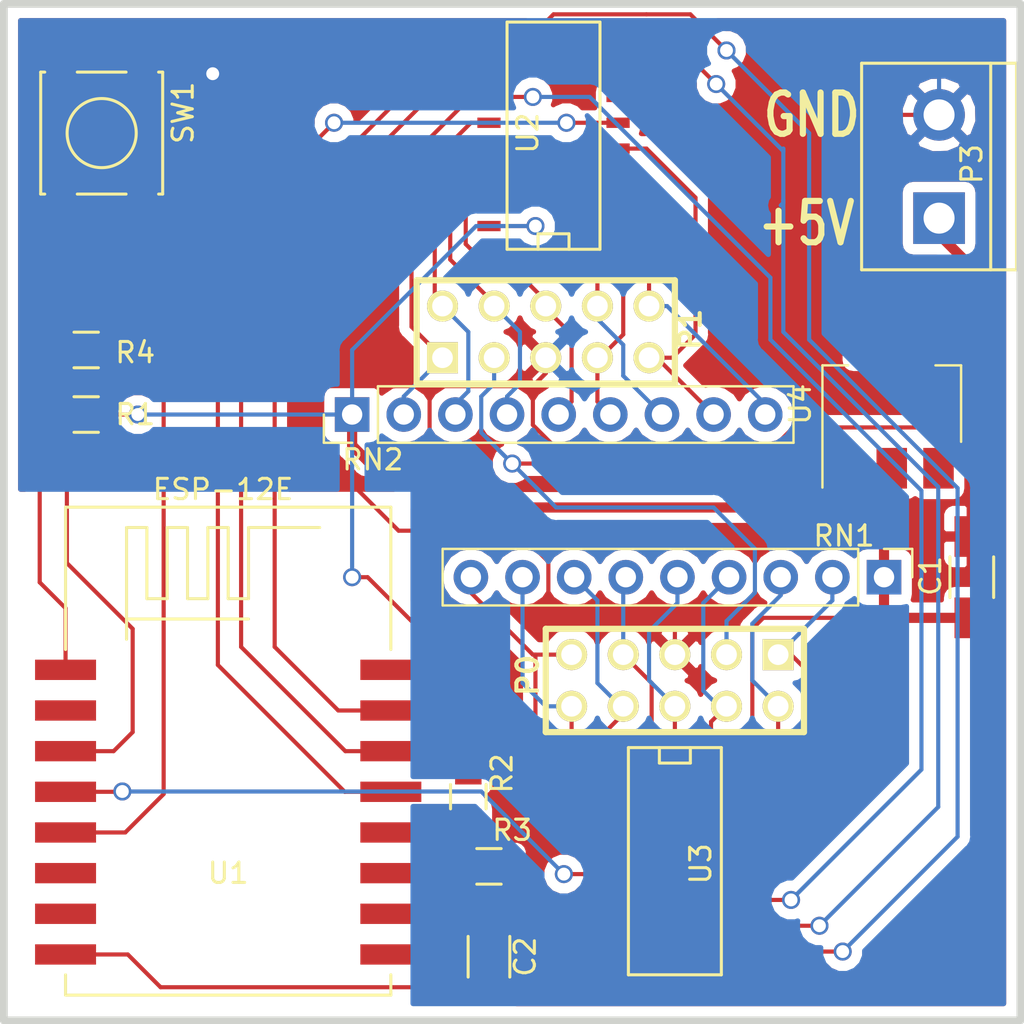
<source format=kicad_pcb>
(kicad_pcb (version 20171130) (host pcbnew 5.0.0-fee4fd1~66~ubuntu16.04.1)

  (general
    (thickness 1.6002)
    (drawings 6)
    (tracks 350)
    (zones 0)
    (modules 16)
    (nets 38)
  )

  (page A4)
  (title_block
    (date "4 apr 2014")
  )

  (layers
    (0 Dessus signal)
    (31 Dessous signal)
    (32 B.Adhes user)
    (33 F.Adhes user)
    (34 B.Paste user)
    (35 F.Paste user)
    (36 B.SilkS user)
    (37 F.SilkS user)
    (38 B.Mask user)
    (39 F.Mask user)
    (40 Dwgs.User user)
    (41 Cmts.User user)
    (42 Eco1.User user)
    (43 Eco2.User user)
    (44 Edge.Cuts user)
  )

  (setup
    (last_trace_width 0.2032)
    (user_trace_width 0.5)
    (user_trace_width 1.00076)
    (user_trace_width 1.99898)
    (user_trace_width 2.99974)
    (trace_clearance 0.254)
    (zone_clearance 0.508)
    (zone_45_only no)
    (trace_min 0.2032)
    (segment_width 0.381)
    (edge_width 0.381)
    (via_size 0.889)
    (via_drill 0.635)
    (via_min_size 0.889)
    (via_min_drill 0.508)
    (user_via 5.00126 2.99974)
    (uvia_size 0.508)
    (uvia_drill 0.127)
    (uvias_allowed no)
    (uvia_min_size 0.508)
    (uvia_min_drill 0.127)
    (pcb_text_width 0.3048)
    (pcb_text_size 1.524 2.032)
    (mod_edge_width 0.381)
    (mod_text_size 1.524 1.524)
    (mod_text_width 0.3048)
    (pad_size 1.524 1.524)
    (pad_drill 0.8128)
    (pad_to_mask_clearance 0.254)
    (aux_axis_origin 0 0)
    (visible_elements FFFFFF7F)
    (pcbplotparams
      (layerselection 0x010f0_ffffffff)
      (usegerberextensions true)
      (usegerberattributes false)
      (usegerberadvancedattributes false)
      (creategerberjobfile false)
      (excludeedgelayer false)
      (linewidth 0.150000)
      (plotframeref false)
      (viasonmask false)
      (mode 1)
      (useauxorigin false)
      (hpglpennumber 1)
      (hpglpenspeed 20)
      (hpglpendiameter 15.000000)
      (psnegative false)
      (psa4output false)
      (plotreference true)
      (plotvalue true)
      (plotinvisibletext false)
      (padsonsilk false)
      (subtractmaskfromsilk false)
      (outputformat 1)
      (mirror false)
      (drillshape 0)
      (scaleselection 1)
      (outputdirectory "GERBER/"))
  )

  (net 0 "")
  (net 1 /IN0)
  (net 2 /IN1)
  (net 3 /IN10)
  (net 4 /IN11)
  (net 5 /IN12)
  (net 6 /IN13)
  (net 7 /IN14)
  (net 8 /IN15)
  (net 9 /IN2)
  (net 10 /IN3)
  (net 11 /IN4)
  (net 12 /IN5)
  (net 13 /IN6)
  (net 14 /IN7)
  (net 15 /IN8)
  (net 16 /IN9)
  (net 17 /MUX1)
  (net 18 /MUX2)
  (net 19 /MUXA)
  (net 20 /MUXB)
  (net 21 /MUXC)
  (net 22 "Net-(U1-Pad6)")
  (net 23 "Net-(U1-Pad7)")
  (net 24 "Net-(U1-Pad16)")
  (net 25 /5VIN)
  (net 26 VCC)
  (net 27 "Net-(U2-Pad6)")
  (net 28 "Net-(U3-Pad6)")
  (net 29 VSS)
  (net 30 "Net-(U1-Pad2)")
  (net 31 "Net-(U1-Pad11)")
  (net 32 "Net-(U2-Pad8)")
  (net 33 "Net-(U3-Pad8)")
  (net 34 "Net-(R1-Pad1)")
  (net 35 "Net-(R2-Pad2)")
  (net 36 "Net-(R3-Pad1)")
  (net 37 /RST)

  (net_class Default "Ceci est la Netclass par défaut"
    (clearance 0.254)
    (trace_width 0.2032)
    (via_dia 0.889)
    (via_drill 0.635)
    (uvia_dia 0.508)
    (uvia_drill 0.127)
    (add_net /5VIN)
    (add_net /IN0)
    (add_net /IN1)
    (add_net /IN10)
    (add_net /IN11)
    (add_net /IN12)
    (add_net /IN13)
    (add_net /IN14)
    (add_net /IN15)
    (add_net /IN2)
    (add_net /IN3)
    (add_net /IN4)
    (add_net /IN5)
    (add_net /IN6)
    (add_net /IN7)
    (add_net /IN8)
    (add_net /IN9)
    (add_net /MUX1)
    (add_net /MUX2)
    (add_net /MUXA)
    (add_net /MUXB)
    (add_net /MUXC)
    (add_net /RST)
    (add_net "Net-(R1-Pad1)")
    (add_net "Net-(R2-Pad2)")
    (add_net "Net-(R3-Pad1)")
    (add_net "Net-(U1-Pad11)")
    (add_net "Net-(U1-Pad16)")
    (add_net "Net-(U1-Pad2)")
    (add_net "Net-(U1-Pad6)")
    (add_net "Net-(U1-Pad7)")
    (add_net "Net-(U2-Pad6)")
    (add_net "Net-(U2-Pad8)")
    (add_net "Net-(U3-Pad6)")
    (add_net "Net-(U3-Pad8)")
    (add_net VCC)
    (add_net VSS)
  )

  (module PIN_ARRAY_5x2 placed (layer Dessus) (tedit 586F7C20) (tstamp 53358B7E)
    (at 160.655 64.135)
    (descr "Double rangee de contacts 2 x 5 pins")
    (tags CONN)
    (path /53358968)
    (fp_text reference P1 (at 7.112 -0.127 90) (layer F.SilkS)
      (effects (font (size 1.016 1.016) (thickness 0.2032)))
    )
    (fp_text value CONN_10 (at 0 -3.81) (layer F.SilkS) hide
      (effects (font (size 1.016 1.016) (thickness 0.2032)))
    )
    (fp_line (start -6.35 -2.54) (end 6.35 -2.54) (layer F.SilkS) (width 0.3048))
    (fp_line (start 6.35 -2.54) (end 6.35 2.54) (layer F.SilkS) (width 0.3048))
    (fp_line (start 6.35 2.54) (end -6.35 2.54) (layer F.SilkS) (width 0.3048))
    (fp_line (start -6.35 2.54) (end -6.35 -2.54) (layer F.SilkS) (width 0.3048))
    (pad 1 thru_hole rect (at -5.08 1.27) (size 1.524 1.524) (drill 1.016) (layers *.Cu *.Mask F.SilkS)
      (net 1 /IN0))
    (pad 2 thru_hole circle (at -5.08 -1.27) (size 1.524 1.524) (drill 1.016) (layers *.Cu *.Mask F.SilkS)
      (net 2 /IN1))
    (pad 3 thru_hole circle (at -2.54 1.27) (size 1.524 1.524) (drill 1.016) (layers *.Cu *.Mask F.SilkS)
      (net 25 /5VIN))
    (pad 4 thru_hole circle (at -2.54 -1.27) (size 1.524 1.524) (drill 1.016) (layers *.Cu *.Mask F.SilkS)
      (net 9 /IN2))
    (pad 5 thru_hole circle (at 0 1.27) (size 1.524 1.524) (drill 1.016) (layers *.Cu *.Mask F.SilkS)
      (net 29 VSS))
    (pad 6 thru_hole circle (at 0 -1.27) (size 1.524 1.524) (drill 1.016) (layers *.Cu *.Mask F.SilkS)
      (net 10 /IN3))
    (pad 7 thru_hole circle (at 2.54 1.27) (size 1.524 1.524) (drill 1.016) (layers *.Cu *.Mask F.SilkS)
      (net 11 /IN4))
    (pad 8 thru_hole circle (at 2.54 -1.27) (size 1.524 1.524) (drill 1.016) (layers *.Cu *.Mask F.SilkS)
      (net 12 /IN5))
    (pad 9 thru_hole circle (at 5.08 1.27) (size 1.524 1.524) (drill 1.016) (layers *.Cu *.Mask F.SilkS)
      (net 13 /IN6))
    (pad 10 thru_hole circle (at 5.08 -1.27) (size 1.524 1.524) (drill 1.016) (layers *.Cu *.Mask F.SilkS)
      (net 14 /IN7))
    (model pin_array/pins_array_5x2.wrl
      (at (xyz 0 0 0))
      (scale (xyz 1 1 1))
      (rotate (xyz 0 0 0))
    )
  )

  (module PIN_ARRAY_5x2 placed (layer Dessus) (tedit 586F7C25) (tstamp 53358B80)
    (at 167.005 81.28 180)
    (descr "Double rangee de contacts 2 x 5 pins")
    (tags CONN)
    (path /533587CD)
    (fp_text reference P0 (at 7.239 0.254 90) (layer F.SilkS)
      (effects (font (size 1.016 1.016) (thickness 0.2032)))
    )
    (fp_text value CONN_10 (at 0 -3.81 180) (layer F.SilkS) hide
      (effects (font (size 1.016 1.016) (thickness 0.2032)))
    )
    (fp_line (start -6.35 -2.54) (end 6.35 -2.54) (layer F.SilkS) (width 0.3048))
    (fp_line (start 6.35 -2.54) (end 6.35 2.54) (layer F.SilkS) (width 0.3048))
    (fp_line (start 6.35 2.54) (end -6.35 2.54) (layer F.SilkS) (width 0.3048))
    (fp_line (start -6.35 2.54) (end -6.35 -2.54) (layer F.SilkS) (width 0.3048))
    (pad 1 thru_hole rect (at -5.08 1.27 180) (size 1.524 1.524) (drill 1.016) (layers *.Cu *.Mask F.SilkS)
      (net 15 /IN8))
    (pad 2 thru_hole circle (at -5.08 -1.27 180) (size 1.524 1.524) (drill 1.016) (layers *.Cu *.Mask F.SilkS)
      (net 16 /IN9))
    (pad 3 thru_hole circle (at -2.54 1.27 180) (size 1.524 1.524) (drill 1.016) (layers *.Cu *.Mask F.SilkS)
      (net 25 /5VIN))
    (pad 4 thru_hole circle (at -2.54 -1.27 180) (size 1.524 1.524) (drill 1.016) (layers *.Cu *.Mask F.SilkS)
      (net 3 /IN10))
    (pad 5 thru_hole circle (at 0 1.27 180) (size 1.524 1.524) (drill 1.016) (layers *.Cu *.Mask F.SilkS)
      (net 29 VSS))
    (pad 6 thru_hole circle (at 0 -1.27 180) (size 1.524 1.524) (drill 1.016) (layers *.Cu *.Mask F.SilkS)
      (net 4 /IN11))
    (pad 7 thru_hole circle (at 2.54 1.27 180) (size 1.524 1.524) (drill 1.016) (layers *.Cu *.Mask F.SilkS)
      (net 5 /IN12))
    (pad 8 thru_hole circle (at 2.54 -1.27 180) (size 1.524 1.524) (drill 1.016) (layers *.Cu *.Mask F.SilkS)
      (net 6 /IN13))
    (pad 9 thru_hole circle (at 5.08 1.27 180) (size 1.524 1.524) (drill 1.016) (layers *.Cu *.Mask F.SilkS)
      (net 7 /IN14))
    (pad 10 thru_hole circle (at 5.08 -1.27 180) (size 1.524 1.524) (drill 1.016) (layers *.Cu *.Mask F.SilkS)
      (net 8 /IN15))
    (model pin_array/pins_array_5x2.wrl
      (at (xyz 0 0 0))
      (scale (xyz 1 1 1))
      (rotate (xyz 0 0 0))
    )
  )

  (module Connectors:bornier2 (layer Dessus) (tedit 586F7C06) (tstamp 585BEB65)
    (at 180 56 90)
    (descr "Bornier d'alimentation 2 pins")
    (tags DEV)
    (path /585BE825)
    (fp_text reference P3 (at 0.12 1.61 90) (layer F.SilkS)
      (effects (font (size 1 1) (thickness 0.15)))
    )
    (fp_text value 5VIN (at -5.976 -0.168 180) (layer F.Fab)
      (effects (font (size 1 1) (thickness 0.15)))
    )
    (fp_line (start 5.08 2.54) (end -5.08 2.54) (layer F.SilkS) (width 0.15))
    (fp_line (start 5.08 3.81) (end 5.08 -3.81) (layer F.SilkS) (width 0.15))
    (fp_line (start 5.08 -3.81) (end -5.08 -3.81) (layer F.SilkS) (width 0.15))
    (fp_line (start -5.08 -3.81) (end -5.08 3.81) (layer F.SilkS) (width 0.15))
    (fp_line (start -5.08 3.81) (end 5.08 3.81) (layer F.SilkS) (width 0.15))
    (pad 1 thru_hole rect (at -2.54 0 90) (size 2.54 2.54) (drill 1.524) (layers *.Cu *.Mask)
      (net 25 /5VIN))
    (pad 2 thru_hole circle (at 2.54 0 90) (size 2.54 2.54) (drill 1.524) (layers *.Cu *.Mask)
      (net 29 VSS))
    (model Connect.3dshapes/bornier2.wrl
      (at (xyz 0 0 0))
      (scale (xyz 1 1 1))
      (rotate (xyz 0 0 0))
    )
  )

  (module TO_SOT_Packages_SMD:SOT-223 (layer Dessus) (tedit 583F3B4E) (tstamp 586F71AF)
    (at 177.673 67.691 90)
    (descr "module CMS SOT223 4 pins")
    (tags "CMS SOT")
    (path /586F4C76)
    (attr smd)
    (fp_text reference U4 (at 0 -4.5 90) (layer F.SilkS)
      (effects (font (size 1 1) (thickness 0.15)))
    )
    (fp_text value AMS1117 (at 0 4.5 90) (layer F.Fab)
      (effects (font (size 1 1) (thickness 0.15)))
    )
    (fp_line (start 1.91 3.41) (end 1.91 2.15) (layer F.SilkS) (width 0.12))
    (fp_line (start 1.91 -3.41) (end 1.91 -2.15) (layer F.SilkS) (width 0.12))
    (fp_line (start 4.4 -3.6) (end -4.4 -3.6) (layer F.CrtYd) (width 0.05))
    (fp_line (start 4.4 3.6) (end 4.4 -3.6) (layer F.CrtYd) (width 0.05))
    (fp_line (start -4.4 3.6) (end 4.4 3.6) (layer F.CrtYd) (width 0.05))
    (fp_line (start -4.4 -3.6) (end -4.4 3.6) (layer F.CrtYd) (width 0.05))
    (fp_line (start -1.85 -3.35) (end -1.85 3.35) (layer F.Fab) (width 0.15))
    (fp_line (start -1.85 3.41) (end 1.91 3.41) (layer F.SilkS) (width 0.12))
    (fp_line (start -1.85 -3.35) (end 1.85 -3.35) (layer F.Fab) (width 0.15))
    (fp_line (start -4.1 -3.41) (end 1.91 -3.41) (layer F.SilkS) (width 0.12))
    (fp_line (start -1.85 3.35) (end 1.85 3.35) (layer F.Fab) (width 0.15))
    (fp_line (start 1.85 -3.35) (end 1.85 3.35) (layer F.Fab) (width 0.15))
    (pad 4 smd rect (at 3.15 0 90) (size 2 3.8) (layers Dessus F.Paste F.Mask))
    (pad 2 smd rect (at -3.15 0 90) (size 2 1.5) (layers Dessus F.Paste F.Mask)
      (net 26 VCC))
    (pad 3 smd rect (at -3.15 2.3 90) (size 2 1.5) (layers Dessus F.Paste F.Mask)
      (net 25 /5VIN))
    (pad 1 smd rect (at -3.15 -2.3 90) (size 2 1.5) (layers Dessus F.Paste F.Mask)
      (net 29 VSS))
    (model TO_SOT_Packages_SMD.3dshapes/SOT-223.wrl
      (at (xyz 0 0 0))
      (scale (xyz 0.4 0.4 0.4))
      (rotate (xyz 0 0 90))
    )
  )

  (module Resistors_SMD:R_1206_HandSoldering (layer Dessus) (tedit 587DCCD5) (tstamp 586FA07C)
    (at 181.61 76.2 90)
    (descr "Resistor SMD 1206, hand soldering")
    (tags "resistor 1206")
    (path /585BECD4)
    (attr smd)
    (fp_text reference C1 (at 0.0635 -2.032 90) (layer F.SilkS)
      (effects (font (size 1 1) (thickness 0.15)))
    )
    (fp_text value 10uF (at 0 2.3 90) (layer F.Fab)
      (effects (font (size 1 1) (thickness 0.15)))
    )
    (fp_line (start -1.6 0.8) (end -1.6 -0.8) (layer F.Fab) (width 0.1))
    (fp_line (start 1.6 0.8) (end -1.6 0.8) (layer F.Fab) (width 0.1))
    (fp_line (start 1.6 -0.8) (end 1.6 0.8) (layer F.Fab) (width 0.1))
    (fp_line (start -1.6 -0.8) (end 1.6 -0.8) (layer F.Fab) (width 0.1))
    (fp_line (start -3.3 -1.2) (end 3.3 -1.2) (layer F.CrtYd) (width 0.05))
    (fp_line (start -3.3 1.2) (end 3.3 1.2) (layer F.CrtYd) (width 0.05))
    (fp_line (start -3.3 -1.2) (end -3.3 1.2) (layer F.CrtYd) (width 0.05))
    (fp_line (start 3.3 -1.2) (end 3.3 1.2) (layer F.CrtYd) (width 0.05))
    (fp_line (start 1 1.075) (end -1 1.075) (layer F.SilkS) (width 0.15))
    (fp_line (start -1 -1.075) (end 1 -1.075) (layer F.SilkS) (width 0.15))
    (pad 1 smd rect (at -2 0 90) (size 2 1.7) (layers Dessus F.Paste F.Mask)
      (net 26 VCC))
    (pad 2 smd rect (at 2 0 90) (size 2 1.7) (layers Dessus F.Paste F.Mask)
      (net 29 VSS))
    (model Resistors_SMD.3dshapes/R_1206_HandSoldering.wrl
      (at (xyz 0 0 0))
      (scale (xyz 1 1 1))
      (rotate (xyz 0 0 0))
    )
  )

  (module SMD_Packages:SO-16-N (layer Dessus) (tedit 587DCC8E) (tstamp 587029DC)
    (at 161.036 54.483 90)
    (descr "Module CMS SOJ 16 pins large")
    (tags "CMS SOJ")
    (path /58735F76)
    (attr smd)
    (fp_text reference U2 (at 0.127 -1.27 90) (layer F.SilkS)
      (effects (font (size 1 1) (thickness 0.15)))
    )
    (fp_text value 74HC151 (at 0 1.27 90) (layer F.Fab)
      (effects (font (size 1 1) (thickness 0.15)))
    )
    (fp_line (start -5.588 -0.762) (end -4.826 -0.762) (layer F.SilkS) (width 0.15))
    (fp_line (start -4.826 -0.762) (end -4.826 0.762) (layer F.SilkS) (width 0.15))
    (fp_line (start -4.826 0.762) (end -5.588 0.762) (layer F.SilkS) (width 0.15))
    (fp_line (start 5.588 -2.286) (end 5.588 2.286) (layer F.SilkS) (width 0.15))
    (fp_line (start 5.588 2.286) (end -5.588 2.286) (layer F.SilkS) (width 0.15))
    (fp_line (start -5.588 2.286) (end -5.588 -2.286) (layer F.SilkS) (width 0.15))
    (fp_line (start -5.588 -2.286) (end 5.588 -2.286) (layer F.SilkS) (width 0.15))
    (pad 16 smd rect (at -4.445 -3.175 90) (size 0.508 1.143) (layers Dessus F.Paste F.Mask)
      (net 26 VCC))
    (pad 14 smd rect (at -1.905 -3.175 90) (size 0.508 1.143) (layers Dessus F.Paste F.Mask)
      (net 9 /IN2))
    (pad 13 smd rect (at -0.635 -3.175 90) (size 0.508 1.143) (layers Dessus F.Paste F.Mask)
      (net 2 /IN1))
    (pad 12 smd rect (at 0.635 -3.175 90) (size 0.508 1.143) (layers Dessus F.Paste F.Mask)
      (net 1 /IN0))
    (pad 11 smd rect (at 1.905 -3.175 90) (size 0.508 1.143) (layers Dessus F.Paste F.Mask)
      (net 19 /MUXA))
    (pad 10 smd rect (at 3.175 -3.175 90) (size 0.508 1.143) (layers Dessus F.Paste F.Mask)
      (net 20 /MUXB))
    (pad 9 smd rect (at 4.445 -3.175 90) (size 0.508 1.143) (layers Dessus F.Paste F.Mask)
      (net 21 /MUXC))
    (pad 8 smd rect (at 4.445 3.175 90) (size 0.508 1.143) (layers Dessus F.Paste F.Mask)
      (net 32 "Net-(U2-Pad8)"))
    (pad 7 smd rect (at 3.175 3.175 90) (size 0.508 1.143) (layers Dessus F.Paste F.Mask)
      (net 29 VSS))
    (pad 6 smd rect (at 1.905 3.175 90) (size 0.508 1.143) (layers Dessus F.Paste F.Mask)
      (net 27 "Net-(U2-Pad6)"))
    (pad 5 smd rect (at 0.635 3.175 90) (size 0.508 1.143) (layers Dessus F.Paste F.Mask)
      (net 18 /MUX2))
    (pad 4 smd rect (at -0.635 3.175 90) (size 0.508 1.143) (layers Dessus F.Paste F.Mask)
      (net 13 /IN6))
    (pad 3 smd rect (at -1.905 3.175 90) (size 0.508 1.143) (layers Dessus F.Paste F.Mask)
      (net 14 /IN7))
    (pad 2 smd rect (at -3.175 3.175 90) (size 0.508 1.143) (layers Dessus F.Paste F.Mask)
      (net 12 /IN5))
    (pad 1 smd rect (at -4.445 3.175 90) (size 0.508 1.143) (layers Dessus F.Paste F.Mask)
      (net 11 /IN4))
    (pad 15 smd rect (at -3.175 -3.175 90) (size 0.508 1.143) (layers Dessus F.Paste F.Mask)
      (net 10 /IN3))
    (model SMD_Packages.3dshapes/SO-16-N.wrl
      (at (xyz 0 0 0))
      (scale (xyz 0.5 0.4 0.5))
      (rotate (xyz 0 0 0))
    )
  )

  (module SMD_Packages:SO-16-N (layer Dessus) (tedit 587DCC9D) (tstamp 587029F0)
    (at 167.005 90.17 270)
    (descr "Module CMS SOJ 16 pins large")
    (tags "CMS SOJ")
    (path /587360A5)
    (attr smd)
    (fp_text reference U3 (at 0.127 -1.27 270) (layer F.SilkS)
      (effects (font (size 1 1) (thickness 0.15)))
    )
    (fp_text value 74HC151 (at 0 1.27 270) (layer F.Fab)
      (effects (font (size 1 1) (thickness 0.15)))
    )
    (fp_line (start -5.588 -0.762) (end -4.826 -0.762) (layer F.SilkS) (width 0.15))
    (fp_line (start -4.826 -0.762) (end -4.826 0.762) (layer F.SilkS) (width 0.15))
    (fp_line (start -4.826 0.762) (end -5.588 0.762) (layer F.SilkS) (width 0.15))
    (fp_line (start 5.588 -2.286) (end 5.588 2.286) (layer F.SilkS) (width 0.15))
    (fp_line (start 5.588 2.286) (end -5.588 2.286) (layer F.SilkS) (width 0.15))
    (fp_line (start -5.588 2.286) (end -5.588 -2.286) (layer F.SilkS) (width 0.15))
    (fp_line (start -5.588 -2.286) (end 5.588 -2.286) (layer F.SilkS) (width 0.15))
    (pad 16 smd rect (at -4.445 -3.175 270) (size 0.508 1.143) (layers Dessus F.Paste F.Mask)
      (net 26 VCC))
    (pad 14 smd rect (at -1.905 -3.175 270) (size 0.508 1.143) (layers Dessus F.Paste F.Mask)
      (net 4 /IN11))
    (pad 13 smd rect (at -0.635 -3.175 270) (size 0.508 1.143) (layers Dessus F.Paste F.Mask)
      (net 16 /IN9))
    (pad 12 smd rect (at 0.635 -3.175 270) (size 0.508 1.143) (layers Dessus F.Paste F.Mask)
      (net 15 /IN8))
    (pad 11 smd rect (at 1.905 -3.175 270) (size 0.508 1.143) (layers Dessus F.Paste F.Mask)
      (net 19 /MUXA))
    (pad 10 smd rect (at 3.175 -3.175 270) (size 0.508 1.143) (layers Dessus F.Paste F.Mask)
      (net 20 /MUXB))
    (pad 9 smd rect (at 4.445 -3.175 270) (size 0.508 1.143) (layers Dessus F.Paste F.Mask)
      (net 21 /MUXC))
    (pad 8 smd rect (at 4.445 3.175 270) (size 0.508 1.143) (layers Dessus F.Paste F.Mask)
      (net 33 "Net-(U3-Pad8)"))
    (pad 7 smd rect (at 3.175 3.175 270) (size 0.508 1.143) (layers Dessus F.Paste F.Mask)
      (net 29 VSS))
    (pad 6 smd rect (at 1.905 3.175 270) (size 0.508 1.143) (layers Dessus F.Paste F.Mask)
      (net 28 "Net-(U3-Pad6)"))
    (pad 5 smd rect (at 0.635 3.175 270) (size 0.508 1.143) (layers Dessus F.Paste F.Mask)
      (net 17 /MUX1))
    (pad 4 smd rect (at -0.635 3.175 270) (size 0.508 1.143) (layers Dessus F.Paste F.Mask)
      (net 7 /IN14))
    (pad 3 smd rect (at -1.905 3.175 270) (size 0.508 1.143) (layers Dessus F.Paste F.Mask)
      (net 8 /IN15))
    (pad 2 smd rect (at -3.175 3.175 270) (size 0.508 1.143) (layers Dessus F.Paste F.Mask)
      (net 6 /IN13))
    (pad 1 smd rect (at -4.445 3.175 270) (size 0.508 1.143) (layers Dessus F.Paste F.Mask)
      (net 5 /IN12))
    (pad 15 smd rect (at -3.175 -3.175 270) (size 0.508 1.143) (layers Dessus F.Paste F.Mask)
      (net 3 /IN10))
    (model SMD_Packages.3dshapes/SO-16-N.wrl
      (at (xyz 0 0 0))
      (scale (xyz 0.5 0.4 0.5))
      (rotate (xyz 0 0 0))
    )
  )

  (module Pin_Headers:Pin_Header_Straight_1x09_Pitch2.54mm (layer Dessus) (tedit 587DCCD3) (tstamp 58734FF2)
    (at 177.292 76.2 270)
    (descr "Through hole straight pin header, 1x09, 2.54mm pitch, single row")
    (tags "Through hole pin header THT 1x09 2.54mm single row")
    (path /58734E2A)
    (fp_text reference RN1 (at -2.032 1.9685) (layer F.SilkS)
      (effects (font (size 1 1) (thickness 0.15)))
    )
    (fp_text value RN10K (at 0 22.71 270) (layer F.Fab)
      (effects (font (size 1 1) (thickness 0.15)))
    )
    (fp_line (start -1.27 -1.27) (end -1.27 21.59) (layer F.Fab) (width 0.1))
    (fp_line (start -1.27 21.59) (end 1.27 21.59) (layer F.Fab) (width 0.1))
    (fp_line (start 1.27 21.59) (end 1.27 -1.27) (layer F.Fab) (width 0.1))
    (fp_line (start 1.27 -1.27) (end -1.27 -1.27) (layer F.Fab) (width 0.1))
    (fp_line (start -1.39 1.27) (end -1.39 21.71) (layer F.SilkS) (width 0.12))
    (fp_line (start -1.39 21.71) (end 1.39 21.71) (layer F.SilkS) (width 0.12))
    (fp_line (start 1.39 21.71) (end 1.39 1.27) (layer F.SilkS) (width 0.12))
    (fp_line (start 1.39 1.27) (end -1.39 1.27) (layer F.SilkS) (width 0.12))
    (fp_line (start -1.39 0) (end -1.39 -1.39) (layer F.SilkS) (width 0.12))
    (fp_line (start -1.39 -1.39) (end 0 -1.39) (layer F.SilkS) (width 0.12))
    (fp_line (start -1.6 -1.6) (end -1.6 21.9) (layer F.CrtYd) (width 0.05))
    (fp_line (start -1.6 21.9) (end 1.6 21.9) (layer F.CrtYd) (width 0.05))
    (fp_line (start 1.6 21.9) (end 1.6 -1.6) (layer F.CrtYd) (width 0.05))
    (fp_line (start 1.6 -1.6) (end -1.6 -1.6) (layer F.CrtYd) (width 0.05))
    (pad 1 thru_hole rect (at 0 0 270) (size 1.7 1.7) (drill 1) (layers *.Cu *.Mask)
      (net 26 VCC))
    (pad 2 thru_hole oval (at 0 2.54 270) (size 1.7 1.7) (drill 1) (layers *.Cu *.Mask)
      (net 15 /IN8))
    (pad 3 thru_hole oval (at 0 5.08 270) (size 1.7 1.7) (drill 1) (layers *.Cu *.Mask)
      (net 16 /IN9))
    (pad 4 thru_hole oval (at 0 7.62 270) (size 1.7 1.7) (drill 1) (layers *.Cu *.Mask)
      (net 3 /IN10))
    (pad 5 thru_hole oval (at 0 10.16 270) (size 1.7 1.7) (drill 1) (layers *.Cu *.Mask)
      (net 4 /IN11))
    (pad 6 thru_hole oval (at 0 12.7 270) (size 1.7 1.7) (drill 1) (layers *.Cu *.Mask)
      (net 5 /IN12))
    (pad 7 thru_hole oval (at 0 15.24 270) (size 1.7 1.7) (drill 1) (layers *.Cu *.Mask)
      (net 6 /IN13))
    (pad 8 thru_hole oval (at 0 17.78 270) (size 1.7 1.7) (drill 1) (layers *.Cu *.Mask)
      (net 8 /IN15))
    (pad 9 thru_hole oval (at 0 20.32 270) (size 1.7 1.7) (drill 1) (layers *.Cu *.Mask)
      (net 7 /IN14))
    (model Pin_Headers.3dshapes/Pin_Header_Straight_1x09_Pitch2.54mm.wrl
      (offset (xyz 0 -10.15999984741211 0))
      (scale (xyz 1 1 1))
      (rotate (xyz 0 0 90))
    )
  )

  (module Pin_Headers:Pin_Header_Straight_1x09_Pitch2.54mm (layer Dessus) (tedit 587DCCBC) (tstamp 58734FFF)
    (at 151.13 68.199 90)
    (descr "Through hole straight pin header, 1x09, 2.54mm pitch, single row")
    (tags "Through hole pin header THT 1x09 2.54mm single row")
    (path /587357DA)
    (fp_text reference RN2 (at -2.2225 1.016 180) (layer F.SilkS)
      (effects (font (size 1 1) (thickness 0.15)))
    )
    (fp_text value RN10K (at 0 22.71 90) (layer F.Fab)
      (effects (font (size 1 1) (thickness 0.15)))
    )
    (fp_line (start -1.27 -1.27) (end -1.27 21.59) (layer F.Fab) (width 0.1))
    (fp_line (start -1.27 21.59) (end 1.27 21.59) (layer F.Fab) (width 0.1))
    (fp_line (start 1.27 21.59) (end 1.27 -1.27) (layer F.Fab) (width 0.1))
    (fp_line (start 1.27 -1.27) (end -1.27 -1.27) (layer F.Fab) (width 0.1))
    (fp_line (start -1.39 1.27) (end -1.39 21.71) (layer F.SilkS) (width 0.12))
    (fp_line (start -1.39 21.71) (end 1.39 21.71) (layer F.SilkS) (width 0.12))
    (fp_line (start 1.39 21.71) (end 1.39 1.27) (layer F.SilkS) (width 0.12))
    (fp_line (start 1.39 1.27) (end -1.39 1.27) (layer F.SilkS) (width 0.12))
    (fp_line (start -1.39 0) (end -1.39 -1.39) (layer F.SilkS) (width 0.12))
    (fp_line (start -1.39 -1.39) (end 0 -1.39) (layer F.SilkS) (width 0.12))
    (fp_line (start -1.6 -1.6) (end -1.6 21.9) (layer F.CrtYd) (width 0.05))
    (fp_line (start -1.6 21.9) (end 1.6 21.9) (layer F.CrtYd) (width 0.05))
    (fp_line (start 1.6 21.9) (end 1.6 -1.6) (layer F.CrtYd) (width 0.05))
    (fp_line (start 1.6 -1.6) (end -1.6 -1.6) (layer F.CrtYd) (width 0.05))
    (pad 1 thru_hole rect (at 0 0 90) (size 1.7 1.7) (drill 1) (layers *.Cu *.Mask)
      (net 26 VCC))
    (pad 2 thru_hole oval (at 0 2.54 90) (size 1.7 1.7) (drill 1) (layers *.Cu *.Mask)
      (net 1 /IN0))
    (pad 3 thru_hole oval (at 0 5.08 90) (size 1.7 1.7) (drill 1) (layers *.Cu *.Mask)
      (net 2 /IN1))
    (pad 4 thru_hole oval (at 0 7.62 90) (size 1.7 1.7) (drill 1) (layers *.Cu *.Mask)
      (net 9 /IN2))
    (pad 5 thru_hole oval (at 0 10.16 90) (size 1.7 1.7) (drill 1) (layers *.Cu *.Mask)
      (net 10 /IN3))
    (pad 6 thru_hole oval (at 0 12.7 90) (size 1.7 1.7) (drill 1) (layers *.Cu *.Mask)
      (net 11 /IN4))
    (pad 7 thru_hole oval (at 0 15.24 90) (size 1.7 1.7) (drill 1) (layers *.Cu *.Mask)
      (net 12 /IN5))
    (pad 8 thru_hole oval (at 0 17.78 90) (size 1.7 1.7) (drill 1) (layers *.Cu *.Mask)
      (net 13 /IN6))
    (pad 9 thru_hole oval (at 0 20.32 90) (size 1.7 1.7) (drill 1) (layers *.Cu *.Mask)
      (net 14 /IN7))
    (model Pin_Headers.3dshapes/Pin_Header_Straight_1x09_Pitch2.54mm.wrl
      (offset (xyz 0 -10.15999984741211 0))
      (scale (xyz 1 1 1))
      (rotate (xyz 0 0 90))
    )
  )

  (module esp8266:ESP-12 (layer Dessus) (tedit 5B9F7106) (tstamp 5B9B5A69)
    (at 145.034 87.757)
    (path /5B9B56C8)
    (fp_text reference U1 (at 0 3) (layer F.SilkS)
      (effects (font (size 1 1) (thickness 0.15)))
    )
    (fp_text value ESP-12E (at -0.254 -15.875) (layer F.SilkS)
      (effects (font (size 1 1) (thickness 0.15)))
    )
    (fp_line (start -5 -9.5) (end 1 -9.5) (layer F.SilkS) (width 0.15))
    (fp_line (start -5 -8.5) (end -5 -14) (layer F.SilkS) (width 0.15))
    (fp_line (start -5 -14) (end -4 -14) (layer F.SilkS) (width 0.15))
    (fp_line (start -4 -14) (end -4 -10.5) (layer F.SilkS) (width 0.15))
    (fp_line (start -4 -10.5) (end -3 -10.5) (layer F.SilkS) (width 0.15))
    (fp_line (start -3 -10.5) (end -3 -14) (layer F.SilkS) (width 0.15))
    (fp_line (start -3 -14) (end -2 -14) (layer F.SilkS) (width 0.15))
    (fp_line (start -2 -14) (end -2 -10.5) (layer F.SilkS) (width 0.15))
    (fp_line (start -2 -10.5) (end -1 -10.5) (layer F.SilkS) (width 0.15))
    (fp_line (start -1 -10.5) (end -1 -14) (layer F.SilkS) (width 0.15))
    (fp_line (start -1 -14) (end 0 -14) (layer F.SilkS) (width 0.15))
    (fp_line (start 0 -14) (end 0 -10.5) (layer F.SilkS) (width 0.15))
    (fp_line (start 0 -10.5) (end 1 -10.5) (layer F.SilkS) (width 0.15))
    (fp_line (start 1 -10.5) (end 1 -14) (layer F.SilkS) (width 0.15))
    (fp_line (start 1 -14) (end 4.5 -14) (layer F.SilkS) (width 0.15))
    (fp_line (start -8 -8) (end -8 -15) (layer F.SilkS) (width 0.15))
    (fp_line (start -8 -15) (end 8 -15) (layer F.SilkS) (width 0.15))
    (fp_line (start 8 -15) (end 8 -8) (layer F.SilkS) (width 0.15))
    (fp_line (start -8 8) (end -8 9) (layer F.SilkS) (width 0.15))
    (fp_line (start -8 9) (end 8 9) (layer F.SilkS) (width 0.15))
    (fp_line (start 8 9) (end 8 8) (layer F.SilkS) (width 0.15))
    (pad 1 smd rect (at -8 -7) (size 3 1) (layers Dessus F.Paste F.Mask)
      (net 37 /RST))
    (pad 2 smd rect (at -8 -5) (size 3 1) (layers Dessus F.Paste F.Mask)
      (net 30 "Net-(U1-Pad2)"))
    (pad 3 smd rect (at -8 -3) (size 3 1) (layers Dessus F.Paste F.Mask)
      (net 34 "Net-(R1-Pad1)"))
    (pad 4 smd rect (at -8 -1) (size 3 1) (layers Dessus F.Paste F.Mask)
      (net 17 /MUX1))
    (pad 5 smd rect (at -8 1) (size 3 1) (layers Dessus F.Paste F.Mask)
      (net 18 /MUX2))
    (pad 6 smd rect (at -8 3) (size 3 1) (layers Dessus F.Paste F.Mask)
      (net 22 "Net-(U1-Pad6)"))
    (pad 7 smd rect (at -8 5) (size 3 1) (layers Dessus F.Paste F.Mask)
      (net 23 "Net-(U1-Pad7)"))
    (pad 8 smd rect (at -8 7) (size 3 1) (layers Dessus F.Paste F.Mask)
      (net 26 VCC))
    (pad 9 smd rect (at 8 7) (size 3 1) (layers Dessus F.Paste F.Mask)
      (net 29 VSS))
    (pad 10 smd rect (at 8 5) (size 3 1) (layers Dessus F.Paste F.Mask)
      (net 36 "Net-(R3-Pad1)"))
    (pad 11 smd rect (at 8 3) (size 3 1) (layers Dessus F.Paste F.Mask)
      (net 31 "Net-(U1-Pad11)"))
    (pad 12 smd rect (at 8 1) (size 3 1) (layers Dessus F.Paste F.Mask)
      (net 35 "Net-(R2-Pad2)"))
    (pad 13 smd rect (at 8 -1) (size 3 1) (layers Dessus F.Paste F.Mask)
      (net 21 /MUXC))
    (pad 14 smd rect (at 8 -3) (size 3 1) (layers Dessus F.Paste F.Mask)
      (net 20 /MUXB))
    (pad 15 smd rect (at 8 -5) (size 3 1) (layers Dessus F.Paste F.Mask)
      (net 19 /MUXA))
    (pad 16 smd rect (at 8 -7) (size 3 1) (layers Dessus F.Paste F.Mask)
      (net 24 "Net-(U1-Pad16)"))
  )

  (module Resistors_SMD:R_0805 (layer Dessus) (tedit 5B9F70FF) (tstamp 5B9F67C2)
    (at 138.049 68.199)
    (descr "Resistor SMD 0805, reflow soldering, Vishay (see dcrcw.pdf)")
    (tags "resistor 0805")
    (path /5B9F6793)
    (attr smd)
    (fp_text reference R1 (at 2.413 0) (layer F.SilkS)
      (effects (font (size 1 1) (thickness 0.15)))
    )
    (fp_text value 10k (at 0 2.1) (layer F.Fab)
      (effects (font (size 1 1) (thickness 0.15)))
    )
    (fp_line (start -1.6 -1) (end 1.6 -1) (layer F.CrtYd) (width 0.05))
    (fp_line (start -1.6 1) (end 1.6 1) (layer F.CrtYd) (width 0.05))
    (fp_line (start -1.6 -1) (end -1.6 1) (layer F.CrtYd) (width 0.05))
    (fp_line (start 1.6 -1) (end 1.6 1) (layer F.CrtYd) (width 0.05))
    (fp_line (start 0.6 0.875) (end -0.6 0.875) (layer F.SilkS) (width 0.15))
    (fp_line (start -0.6 -0.875) (end 0.6 -0.875) (layer F.SilkS) (width 0.15))
    (pad 1 smd rect (at -0.95 0) (size 0.7 1.3) (layers Dessus F.Paste F.Mask)
      (net 34 "Net-(R1-Pad1)"))
    (pad 2 smd rect (at 0.95 0) (size 0.7 1.3) (layers Dessus F.Paste F.Mask)
      (net 26 VCC))
    (model Resistors_SMD.3dshapes/R_0805.wrl
      (at (xyz 0 0 0))
      (scale (xyz 1 1 1))
      (rotate (xyz 0 0 0))
    )
  )

  (module Resistors_SMD:R_0805 (layer Dessus) (tedit 5B9F69D4) (tstamp 5B9F67C8)
    (at 156.845 86.995 270)
    (descr "Resistor SMD 0805, reflow soldering, Vishay (see dcrcw.pdf)")
    (tags "resistor 0805")
    (path /5B9F696D)
    (attr smd)
    (fp_text reference R2 (at -1.143 -1.651 270) (layer F.SilkS)
      (effects (font (size 1 1) (thickness 0.15)))
    )
    (fp_text value 10k (at 0 2.1 270) (layer F.Fab)
      (effects (font (size 1 1) (thickness 0.15)))
    )
    (fp_line (start -1.6 -1) (end 1.6 -1) (layer F.CrtYd) (width 0.05))
    (fp_line (start -1.6 1) (end 1.6 1) (layer F.CrtYd) (width 0.05))
    (fp_line (start -1.6 -1) (end -1.6 1) (layer F.CrtYd) (width 0.05))
    (fp_line (start 1.6 -1) (end 1.6 1) (layer F.CrtYd) (width 0.05))
    (fp_line (start 0.6 0.875) (end -0.6 0.875) (layer F.SilkS) (width 0.15))
    (fp_line (start -0.6 -0.875) (end 0.6 -0.875) (layer F.SilkS) (width 0.15))
    (pad 1 smd rect (at -0.95 0 270) (size 0.7 1.3) (layers Dessus F.Paste F.Mask)
      (net 26 VCC))
    (pad 2 smd rect (at 0.95 0 270) (size 0.7 1.3) (layers Dessus F.Paste F.Mask)
      (net 35 "Net-(R2-Pad2)"))
    (model Resistors_SMD.3dshapes/R_0805.wrl
      (at (xyz 0 0 0))
      (scale (xyz 1 1 1))
      (rotate (xyz 0 0 0))
    )
  )

  (module Resistors_SMD:R_0805 (layer Dessus) (tedit 5B9F69D6) (tstamp 5B9F67CE)
    (at 157.861 90.424)
    (descr "Resistor SMD 0805, reflow soldering, Vishay (see dcrcw.pdf)")
    (tags "resistor 0805")
    (path /5B9F68CC)
    (attr smd)
    (fp_text reference R3 (at 1.143 -1.778) (layer F.SilkS)
      (effects (font (size 1 1) (thickness 0.15)))
    )
    (fp_text value 10k (at 0 2.1) (layer F.Fab)
      (effects (font (size 1 1) (thickness 0.15)))
    )
    (fp_line (start -1.6 -1) (end 1.6 -1) (layer F.CrtYd) (width 0.05))
    (fp_line (start -1.6 1) (end 1.6 1) (layer F.CrtYd) (width 0.05))
    (fp_line (start -1.6 -1) (end -1.6 1) (layer F.CrtYd) (width 0.05))
    (fp_line (start 1.6 -1) (end 1.6 1) (layer F.CrtYd) (width 0.05))
    (fp_line (start 0.6 0.875) (end -0.6 0.875) (layer F.SilkS) (width 0.15))
    (fp_line (start -0.6 -0.875) (end 0.6 -0.875) (layer F.SilkS) (width 0.15))
    (pad 1 smd rect (at -0.95 0) (size 0.7 1.3) (layers Dessus F.Paste F.Mask)
      (net 36 "Net-(R3-Pad1)"))
    (pad 2 smd rect (at 0.95 0) (size 0.7 1.3) (layers Dessus F.Paste F.Mask)
      (net 29 VSS))
    (model Resistors_SMD.3dshapes/R_0805.wrl
      (at (xyz 0 0 0))
      (scale (xyz 1 1 1))
      (rotate (xyz 0 0 0))
    )
  )

  (module Capacitors_SMD:C_1206 (layer Dessus) (tedit 5B9F69D2) (tstamp 5B9F6957)
    (at 157.861 94.869 90)
    (descr "Capacitor SMD 1206, reflow soldering, AVX (see smccp.pdf)")
    (tags "capacitor 1206")
    (path /5B9F6E66)
    (attr smd)
    (fp_text reference C2 (at 0 1.778 90) (layer F.SilkS)
      (effects (font (size 1 1) (thickness 0.15)))
    )
    (fp_text value 100nF (at 0 2.3 90) (layer F.Fab)
      (effects (font (size 1 1) (thickness 0.15)))
    )
    (fp_line (start -2.3 -1.15) (end 2.3 -1.15) (layer F.CrtYd) (width 0.05))
    (fp_line (start -2.3 1.15) (end 2.3 1.15) (layer F.CrtYd) (width 0.05))
    (fp_line (start -2.3 -1.15) (end -2.3 1.15) (layer F.CrtYd) (width 0.05))
    (fp_line (start 2.3 -1.15) (end 2.3 1.15) (layer F.CrtYd) (width 0.05))
    (fp_line (start 1 -1.025) (end -1 -1.025) (layer F.SilkS) (width 0.15))
    (fp_line (start -1 1.025) (end 1 1.025) (layer F.SilkS) (width 0.15))
    (pad 1 smd rect (at -1.5 0 90) (size 1 1.6) (layers Dessus F.Paste F.Mask)
      (net 26 VCC))
    (pad 2 smd rect (at 1.5 0 90) (size 1 1.6) (layers Dessus F.Paste F.Mask)
      (net 29 VSS))
    (model Capacitors_SMD.3dshapes/C_1206.wrl
      (at (xyz 0 0 0))
      (scale (xyz 1 1 1))
      (rotate (xyz 0 0 0))
    )
  )

  (module Resistors_SMD:R_0805 (layer Dessus) (tedit 5B9F7102) (tstamp 5B9F7116)
    (at 138.049 65.024)
    (descr "Resistor SMD 0805, reflow soldering, Vishay (see dcrcw.pdf)")
    (tags "resistor 0805")
    (path /5B9F7180)
    (attr smd)
    (fp_text reference R4 (at 2.413 0.127) (layer F.SilkS)
      (effects (font (size 1 1) (thickness 0.15)))
    )
    (fp_text value 10k (at 0 2.1) (layer F.Fab)
      (effects (font (size 1 1) (thickness 0.15)))
    )
    (fp_line (start -1.6 -1) (end 1.6 -1) (layer F.CrtYd) (width 0.05))
    (fp_line (start -1.6 1) (end 1.6 1) (layer F.CrtYd) (width 0.05))
    (fp_line (start -1.6 -1) (end -1.6 1) (layer F.CrtYd) (width 0.05))
    (fp_line (start 1.6 -1) (end 1.6 1) (layer F.CrtYd) (width 0.05))
    (fp_line (start 0.6 0.875) (end -0.6 0.875) (layer F.SilkS) (width 0.15))
    (fp_line (start -0.6 -0.875) (end 0.6 -0.875) (layer F.SilkS) (width 0.15))
    (pad 1 smd rect (at -0.95 0) (size 0.7 1.3) (layers Dessus F.Paste F.Mask)
      (net 37 /RST))
    (pad 2 smd rect (at 0.95 0) (size 0.7 1.3) (layers Dessus F.Paste F.Mask)
      (net 26 VCC))
    (model Resistors_SMD.3dshapes/R_0805.wrl
      (at (xyz 0 0 0))
      (scale (xyz 1 1 1))
      (rotate (xyz 0 0 0))
    )
  )

  (module Buttons_Switches_SMD:SW_SPST_EVPBF (layer Dessus) (tedit 55DAF9A7) (tstamp 5B9F7448)
    (at 138.811 54.356 270)
    (descr "Light Touch Switch")
    (path /5B9F72F5)
    (attr smd)
    (fp_text reference SW1 (at -1 -4 270) (layer F.SilkS)
      (effects (font (size 1 1) (thickness 0.15)))
    )
    (fp_text value Switch_DPST (at 0 0 270) (layer F.Fab)
      (effects (font (size 1 1) (thickness 0.15)))
    )
    (fp_line (start -4.5 -3.25) (end 4.5 -3.25) (layer F.CrtYd) (width 0.05))
    (fp_line (start 4.5 -3.25) (end 4.5 3.25) (layer F.CrtYd) (width 0.05))
    (fp_line (start 4.5 3.25) (end -4.5 3.25) (layer F.CrtYd) (width 0.05))
    (fp_line (start -4.5 3.25) (end -4.5 -3.25) (layer F.CrtYd) (width 0.05))
    (fp_line (start 3 -3) (end 3 -2.8) (layer F.SilkS) (width 0.15))
    (fp_line (start 3 3) (end 3 2.8) (layer F.SilkS) (width 0.15))
    (fp_line (start -3 3) (end -3 2.8) (layer F.SilkS) (width 0.15))
    (fp_line (start -3 -3) (end -3 -2.8) (layer F.SilkS) (width 0.15))
    (fp_line (start -3 -1.2) (end -3 1.2) (layer F.SilkS) (width 0.15))
    (fp_line (start 3 -1.2) (end 3 1.2) (layer F.SilkS) (width 0.15))
    (fp_line (start 3 -3) (end -3 -3) (layer F.SilkS) (width 0.15))
    (fp_line (start -3 3) (end 3 3) (layer F.SilkS) (width 0.15))
    (fp_circle (center 0 0) (end 1.7 0) (layer F.SilkS) (width 0.15))
    (pad 1 smd rect (at 2.875 -2 270) (size 2.75 1) (layers Dessus F.Paste F.Mask)
      (net 29 VSS))
    (pad 1 smd rect (at -2.875 -2 270) (size 2.75 1) (layers Dessus F.Paste F.Mask)
      (net 29 VSS))
    (pad 2 smd rect (at -2.875 2 270) (size 2.75 1) (layers Dessus F.Paste F.Mask)
      (net 37 /RST))
    (pad 2 smd rect (at 2.875 2 270) (size 2.75 1) (layers Dessus F.Paste F.Mask)
      (net 37 /RST))
  )

  (gr_line (start 134 98) (end 184 98) (angle 90) (layer Edge.Cuts) (width 0.381))
  (gr_text GND (at 173.736 53.467) (layer F.SilkS)
    (effects (font (size 2.032 1.524) (thickness 0.3048)))
  )
  (gr_text +5V (at 173.482 58.801) (layer F.SilkS)
    (effects (font (size 2.032 1.524) (thickness 0.3048)))
  )
  (gr_line (start 134 48) (end 134 98) (angle 90) (layer Edge.Cuts) (width 0.381))
  (gr_line (start 184 48) (end 134 48) (angle 90) (layer Edge.Cuts) (width 0.381))
  (gr_line (start 184 98) (end 184 48) (angle 90) (layer Edge.Cuts) (width 0.381))

  (segment (start 157.403 88.757) (end 157.419 88.773) (width 0.2032) (layer Dessus) (net 0) (tstamp 5B9F684B))
  (segment (start 159.319 92.71) (end 159.319 92.771) (width 0.2032) (layer Dessus) (net 0))
  (segment (start 157.372 92.757) (end 157.419 92.71) (width 0.2032) (layer Dessus) (net 0) (tstamp 5B9F684F))
  (segment (start 153.67 68.199) (end 153.67 67.31) (width 0.2032) (layer Dessous) (net 1))
  (segment (start 153.67 67.31) (end 155.575 65.405) (width 0.2032) (layer Dessous) (net 1) (tstamp 58735099))
  (segment (start 154.051 63.881) (end 155.575 65.405) (width 0.2032) (layer Dessus) (net 1) (tstamp 586F78F5))
  (segment (start 154.051 56.769) (end 154.051 63.881) (width 0.2032) (layer Dessus) (net 1) (tstamp 586F78F3))
  (segment (start 157.861 53.848) (end 156.972 53.848) (width 0.2032) (layer Dessus) (net 1))
  (segment (start 156.972 53.848) (end 154.051 56.769) (width 0.2032) (layer Dessus) (net 1) (tstamp 586F78F1))
  (segment (start 156.21 68.199) (end 156.21 67.691) (width 0.2032) (layer Dessous) (net 2))
  (segment (start 156.21 67.691) (end 156.845 67.056) (width 0.2032) (layer Dessous) (net 2) (tstamp 5873509D))
  (segment (start 156.845 67.056) (end 156.845 64.135) (width 0.2032) (layer Dessous) (net 2) (tstamp 5873509E))
  (segment (start 156.845 64.135) (end 155.575 62.865) (width 0.2032) (layer Dessous) (net 2) (tstamp 5873509F))
  (segment (start 155.194 57.277) (end 155.194 62.484) (width 0.2032) (layer Dessus) (net 2) (tstamp 586F78EA))
  (segment (start 155.194 62.484) (end 155.575 62.865) (width 0.2032) (layer Dessus) (net 2) (tstamp 586F78ED))
  (segment (start 157.861 55.118) (end 157.353 55.118) (width 0.2032) (layer Dessus) (net 2))
  (segment (start 157.353 55.118) (end 155.194 57.277) (width 0.2032) (layer Dessus) (net 2) (tstamp 586F78E8))
  (segment (start 170.18 86.995) (end 169.545 86.995) (width 0.2032) (layer Dessus) (net 3))
  (segment (start 169.545 86.995) (end 168.783 86.233) (width 0.2032) (layer Dessus) (net 3) (tstamp 587358D7))
  (segment (start 169.545 82.55) (end 169.164 82.55) (width 0.2032) (layer Dessous) (net 3))
  (segment (start 169.164 82.55) (end 168.402 81.788) (width 0.2032) (layer Dessous) (net 3) (tstamp 5873514B))
  (segment (start 168.402 77.47) (end 169.672 76.2) (width 0.2032) (layer Dessous) (net 3) (tstamp 5873514D))
  (segment (start 168.402 81.788) (end 168.402 77.47) (width 0.2032) (layer Dessous) (net 3) (tstamp 5873514C))
  (segment (start 168.783 83.312) (end 169.545 82.55) (width 0.2032) (layer Dessus) (net 3) (tstamp 58702B2B))
  (segment (start 168.783 86.233) (end 168.783 83.312) (width 0.2032) (layer Dessus) (net 3) (tstamp 587358DB))
  (segment (start 170.18 88.265) (end 169.418 88.265) (width 0.2032) (layer Dessus) (net 4))
  (segment (start 167.005 85.852) (end 167.005 85.598) (width 0.2032) (layer Dessus) (net 4) (tstamp 587358DE))
  (segment (start 169.418 88.265) (end 167.005 85.852) (width 0.2032) (layer Dessus) (net 4) (tstamp 587358DD))
  (segment (start 167.132 76.2) (end 167.132 77.47) (width 0.2032) (layer Dessous) (net 4))
  (segment (start 165.735 81.28) (end 167.005 82.55) (width 0.2032) (layer Dessous) (net 4) (tstamp 58735155))
  (segment (start 165.735 78.867) (end 165.735 81.28) (width 0.2032) (layer Dessous) (net 4) (tstamp 58735153))
  (segment (start 167.132 77.47) (end 165.735 78.867) (width 0.2032) (layer Dessous) (net 4) (tstamp 58735151))
  (segment (start 167.005 85.598) (end 167.005 82.55) (width 0.2032) (layer Dessus) (net 4) (tstamp 587358E1))
  (segment (start 163.83 85.725) (end 164.211 85.725) (width 0.2032) (layer Dessus) (net 5))
  (segment (start 164.211 85.725) (end 165.862 84.074) (width 0.2032) (layer Dessus) (net 5) (tstamp 58702B10))
  (segment (start 165.862 84.074) (end 165.862 81.407) (width 0.2032) (layer Dessus) (net 5) (tstamp 58702B11))
  (segment (start 164.465 80.01) (end 164.465 76.327) (width 0.2032) (layer Dessous) (net 5))
  (segment (start 164.465 76.327) (end 164.592 76.2) (width 0.2032) (layer Dessous) (net 5) (tstamp 58735159))
  (segment (start 165.862 81.407) (end 164.465 80.01) (width 0.2032) (layer Dessus) (net 5) (tstamp 58702B13))
  (segment (start 163.83 86.995) (end 163.195 86.995) (width 0.2032) (layer Dessus) (net 6))
  (segment (start 163.195 86.995) (end 162.306 86.106) (width 0.2032) (layer Dessus) (net 6) (tstamp 587358E3))
  (segment (start 162.306 86.106) (end 162.306 85.09) (width 0.2032) (layer Dessus) (net 6) (tstamp 587358E7))
  (segment (start 164.465 82.55) (end 164.338 82.55) (width 0.2032) (layer Dessous) (net 6))
  (segment (start 164.338 82.55) (end 163.195 81.407) (width 0.2032) (layer Dessous) (net 6) (tstamp 5873515C))
  (segment (start 163.195 77.343) (end 162.052 76.2) (width 0.2032) (layer Dessous) (net 6) (tstamp 5873515F))
  (segment (start 163.195 81.407) (end 163.195 77.343) (width 0.2032) (layer Dessous) (net 6) (tstamp 5873515D))
  (segment (start 162.306 85.09) (end 164.465 82.931) (width 0.2032) (layer Dessus) (net 6) (tstamp 58702B0A))
  (segment (start 164.465 82.931) (end 164.465 82.55) (width 0.2032) (layer Dessus) (net 6) (tstamp 58702B0C))
  (segment (start 163.83 89.535) (end 163.068 89.535) (width 0.2032) (layer Dessus) (net 7))
  (segment (start 160.147 86.614) (end 160.147 85.725) (width 0.2032) (layer Dessus) (net 7) (tstamp 587358F2))
  (segment (start 163.068 89.535) (end 160.147 86.614) (width 0.2032) (layer Dessus) (net 7) (tstamp 587358F1))
  (segment (start 160.147 85.725) (end 160.147 80.01) (width 0.2032) (layer Dessus) (net 7) (tstamp 587358F6))
  (segment (start 161.925 80.01) (end 160.147 80.01) (width 0.2032) (layer Dessus) (net 7))
  (segment (start 160.147 80.01) (end 160.02 80.01) (width 0.2032) (layer Dessus) (net 7) (tstamp 587354E9))
  (segment (start 160.02 80.01) (end 156.972 76.962) (width 0.2032) (layer Dessus) (net 7) (tstamp 58735169))
  (segment (start 156.972 76.962) (end 156.972 76.2) (width 0.2032) (layer Dessus) (net 7) (tstamp 5873516B))
  (segment (start 163.83 88.265) (end 162.941 88.265) (width 0.2032) (layer Dessus) (net 8))
  (segment (start 161.417 86.741) (end 161.417 85.598) (width 0.2032) (layer Dessus) (net 8) (tstamp 587358EA))
  (segment (start 162.941 88.265) (end 161.417 86.741) (width 0.2032) (layer Dessus) (net 8) (tstamp 587358E9))
  (segment (start 161.925 82.55) (end 161.925 83.82) (width 0.2032) (layer Dessus) (net 8))
  (segment (start 161.925 83.82) (end 161.417 84.328) (width 0.2032) (layer Dessus) (net 8) (tstamp 587354EB))
  (segment (start 161.417 84.328) (end 161.417 85.598) (width 0.2032) (layer Dessus) (net 8) (tstamp 587354EC))
  (segment (start 161.925 82.55) (end 160.655 82.55) (width 0.2032) (layer Dessous) (net 8))
  (segment (start 159.512 81.407) (end 159.512 76.2) (width 0.2032) (layer Dessous) (net 8) (tstamp 58735165))
  (segment (start 160.655 82.55) (end 159.512 81.407) (width 0.2032) (layer Dessous) (net 8) (tstamp 58735163))
  (segment (start 158.75 68.199) (end 158.75 67.31) (width 0.2032) (layer Dessous) (net 9))
  (segment (start 159.385 64.135) (end 158.115 62.865) (width 0.2032) (layer Dessous) (net 9) (tstamp 587350A5))
  (segment (start 159.385 66.675) (end 159.385 64.135) (width 0.2032) (layer Dessous) (net 9) (tstamp 587350A4))
  (segment (start 158.75 67.31) (end 159.385 66.675) (width 0.2032) (layer Dessous) (net 9) (tstamp 587350A3))
  (segment (start 155.956 60.579) (end 156.591 61.214) (width 0.2032) (layer Dessus) (net 9) (tstamp 586F78DE))
  (segment (start 155.956 57.658) (end 155.956 60.579) (width 0.2032) (layer Dessus) (net 9) (tstamp 586F78DC))
  (segment (start 156.591 61.214) (end 158.115 62.738) (width 0.2032) (layer Dessus) (net 9) (tstamp 586F78E1))
  (segment (start 158.115 62.865) (end 158.115 62.738) (width 0.2032) (layer Dessus) (net 9))
  (segment (start 157.861 56.388) (end 157.226 56.388) (width 0.2032) (layer Dessus) (net 9))
  (segment (start 157.226 56.388) (end 155.956 57.658) (width 0.2032) (layer Dessus) (net 9) (tstamp 586F78DB))
  (segment (start 160.655 62.865) (end 160.655 62.992) (width 0.2032) (layer Dessus) (net 10))
  (segment (start 160.655 62.992) (end 161.925 64.262) (width 0.2032) (layer Dessus) (net 10) (tstamp 587350B1))
  (segment (start 161.925 67.564) (end 161.29 68.199) (width 0.2032) (layer Dessus) (net 10) (tstamp 587350B4))
  (segment (start 161.925 64.262) (end 161.925 67.564) (width 0.2032) (layer Dessus) (net 10) (tstamp 587350B2))
  (segment (start 161.29 68.199) (end 161.29 67.564) (width 0.2032) (layer Dessous) (net 10))
  (segment (start 160.655 62.865) (end 160.655 62.611) (width 0.2032) (layer Dessus) (net 10))
  (segment (start 160.655 62.611) (end 158.369 60.325) (width 0.2032) (layer Dessus) (net 10) (tstamp 58702A4C))
  (segment (start 158.369 60.325) (end 157.226 60.325) (width 0.2032) (layer Dessus) (net 10) (tstamp 58702A4D))
  (segment (start 157.861 57.658) (end 157.226 57.658) (width 0.2032) (layer Dessus) (net 10))
  (segment (start 156.718 58.166) (end 156.718 59.817) (width 0.2032) (layer Dessus) (net 10) (tstamp 586F78D5))
  (segment (start 157.226 57.658) (end 156.718 58.166) (width 0.2032) (layer Dessus) (net 10) (tstamp 586F78D4))
  (segment (start 157.226 60.325) (end 156.718 59.817) (width 0.2032) (layer Dessus) (net 10) (tstamp 58702A4F))
  (segment (start 164.465 64.262) (end 164.465 59.182) (width 0.2032) (layer Dessus) (net 11) (tstamp 58702A77))
  (segment (start 164.465 59.182) (end 164.211 58.928) (width 0.2032) (layer Dessus) (net 11) (tstamp 58702A79))
  (segment (start 163.195 65.405) (end 163.195 67.564) (width 0.2032) (layer Dessus) (net 11))
  (segment (start 163.195 67.564) (end 163.83 68.199) (width 0.2032) (layer Dessus) (net 11) (tstamp 587350B7))
  (segment (start 163.195 65.405) (end 163.322 65.405) (width 0.2032) (layer Dessus) (net 11))
  (segment (start 163.322 65.405) (end 164.465 64.262) (width 0.2032) (layer Dessus) (net 11) (tstamp 58702A76))
  (segment (start 164.211 57.658) (end 163.322 57.658) (width 0.2032) (layer Dessus) (net 12))
  (segment (start 162.941 58.039) (end 162.941 60.325) (width 0.2032) (layer Dessus) (net 12) (tstamp 586F7928))
  (segment (start 163.322 57.658) (end 162.941 58.039) (width 0.2032) (layer Dessus) (net 12) (tstamp 586F7927))
  (segment (start 163.195 60.579) (end 162.941 60.325) (width 0.2032) (layer Dessus) (net 12) (tstamp 58702A64))
  (segment (start 163.195 62.865) (end 163.195 63.5) (width 0.2032) (layer Dessous) (net 12))
  (segment (start 163.195 63.5) (end 164.465 64.77) (width 0.2032) (layer Dessous) (net 12) (tstamp 587350BB))
  (segment (start 164.465 66.294) (end 166.37 68.199) (width 0.2032) (layer Dessous) (net 12) (tstamp 587350BE))
  (segment (start 164.465 64.77) (end 164.465 66.294) (width 0.2032) (layer Dessous) (net 12) (tstamp 587350BC))
  (segment (start 163.195 62.865) (end 163.195 60.579) (width 0.2032) (layer Dessus) (net 12))
  (segment (start 165.608 55.118) (end 168.021 57.531) (width 0.2032) (layer Dessus) (net 13))
  (segment (start 165.735 65.405) (end 166.878 65.405) (width 0.2032) (layer Dessus) (net 13))
  (segment (start 166.878 65.405) (end 168.021 64.262) (width 0.2032) (layer Dessus) (net 13) (tstamp 587353E4))
  (segment (start 168.021 64.262) (end 168.021 57.531) (width 0.2032) (layer Dessus) (net 13) (tstamp 587353E7))
  (segment (start 165.608 55.118) (end 164.211 55.118) (width 0.2032) (layer Dessus) (net 13) (tstamp 587358B1))
  (segment (start 165.735 65.405) (end 166.116 65.405) (width 0.2032) (layer Dessus) (net 13))
  (segment (start 166.116 65.405) (end 168.91 68.199) (width 0.2032) (layer Dessus) (net 13) (tstamp 587350C6))
  (segment (start 164.211 56.388) (end 165.1 56.388) (width 0.2032) (layer Dessus) (net 14))
  (segment (start 165.735 57.023) (end 165.735 62.865) (width 0.2032) (layer Dessus) (net 14) (tstamp 587353F0))
  (segment (start 165.1 56.388) (end 165.735 57.023) (width 0.2032) (layer Dessus) (net 14) (tstamp 587353EF))
  (segment (start 171.45 68.199) (end 171.45 67.691) (width 0.2032) (layer Dessous) (net 14))
  (segment (start 171.45 67.691) (end 166.624 62.865) (width 0.2032) (layer Dessous) (net 14) (tstamp 587350CF))
  (segment (start 166.624 62.865) (end 165.735 62.865) (width 0.2032) (layer Dessous) (net 14) (tstamp 587350D3))
  (segment (start 171.45 90.805) (end 174.117 88.138) (width 0.2032) (layer Dessus) (net 15))
  (segment (start 174.117 81.407) (end 174.117 88.138) (width 0.2032) (layer Dessus) (net 15) (tstamp 58702C5B))
  (segment (start 170.18 90.805) (end 171.45 90.805) (width 0.2032) (layer Dessus) (net 15))
  (segment (start 174.752 76.2) (end 174.752 77.343) (width 0.2032) (layer Dessous) (net 15))
  (segment (start 174.752 77.343) (end 172.085 80.01) (width 0.2032) (layer Dessous) (net 15) (tstamp 5873513F))
  (segment (start 172.085 80.01) (end 172.72 80.01) (width 0.2032) (layer Dessus) (net 15))
  (segment (start 172.72 80.01) (end 174.117 81.407) (width 0.2032) (layer Dessus) (net 15) (tstamp 58702C58))
  (segment (start 171.323 89.535) (end 170.18 89.535) (width 0.2032) (layer Dessus) (net 16) (tstamp 58702C4D))
  (segment (start 172.212 76.2) (end 172.212 77.089) (width 0.2032) (layer Dessous) (net 16))
  (segment (start 170.815 81.28) (end 172.085 82.55) (width 0.2032) (layer Dessous) (net 16) (tstamp 58735147))
  (segment (start 170.815 78.486) (end 170.815 81.28) (width 0.2032) (layer Dessous) (net 16) (tstamp 58735145))
  (segment (start 172.212 77.089) (end 170.815 78.486) (width 0.2032) (layer Dessous) (net 16) (tstamp 58735143))
  (segment (start 172.085 82.55) (end 172.085 88.773) (width 0.2032) (layer Dessus) (net 16))
  (segment (start 172.085 88.773) (end 171.323 89.535) (width 0.2032) (layer Dessus) (net 16) (tstamp 58702C4A))
  (segment (start 172.085 82.55) (end 172.72 82.55) (width 0.2032) (layer Dessus) (net 16))
  (segment (start 163.83 90.805) (end 161.544 90.805) (width 0.2032) (layer Dessus) (net 17))
  (segment (start 139.811 86.757) (end 137.034 86.757) (width 0.2032) (layer Dessus) (net 17) (tstamp 5B9B5A8B))
  (segment (start 139.827 86.741) (end 139.811 86.757) (width 0.2032) (layer Dessus) (net 17) (tstamp 5B9B5A8A))
  (via (at 139.827 86.741) (size 0.889) (drill 0.635) (layers Dessus Dessous) (net 17))
  (segment (start 157.48 86.741) (end 139.827 86.741) (width 0.2032) (layer Dessous) (net 17) (tstamp 5B9B5A87))
  (segment (start 161.544 90.805) (end 157.48 86.741) (width 0.2032) (layer Dessous) (net 17) (tstamp 5B9B5A86))
  (via (at 161.544 90.805) (size 0.889) (drill 0.635) (layers Dessus Dessous) (net 17))
  (segment (start 141.859 62.992) (end 141.859 62.23) (width 0.2032) (layer Dessus) (net 18))
  (segment (start 150.241 53.848) (end 161.671 53.848) (width 0.2032) (layer Dessous) (net 18) (tstamp 5B9F7471))
  (via (at 150.241 53.848) (size 0.889) (drill 0.635) (layers Dessus Dessous) (net 18))
  (segment (start 141.859 62.23) (end 150.241 53.848) (width 0.2032) (layer Dessus) (net 18) (tstamp 5B9F746F))
  (segment (start 137.034 88.757) (end 139.97 88.757) (width 0.2032) (layer Dessus) (net 18))
  (segment (start 161.671 53.848) (end 164.211 53.848) (width 0.2032) (layer Dessus) (net 18) (tstamp 5B9B5A98))
  (via (at 161.671 53.848) (size 0.889) (drill 0.635) (layers Dessus Dessous) (net 18))
  (segment (start 141.859 86.868) (end 141.859 62.992) (width 0.2032) (layer Dessus) (net 18) (tstamp 5B9B5A90))
  (segment (start 139.97 88.757) (end 141.859 86.868) (width 0.2032) (layer Dessus) (net 18) (tstamp 5B9B5A8E))
  (segment (start 157.861 52.578) (end 156.972 52.578) (width 0.2032) (layer Dessus) (net 19) (status 400000))
  (segment (start 147.32 62.23) (end 147.32 63.754) (width 0.2032) (layer Dessus) (net 19) (tstamp 5B9F7457))
  (segment (start 156.972 52.578) (end 147.32 62.23) (width 0.2032) (layer Dessus) (net 19) (tstamp 5B9F7455))
  (segment (start 157.861 52.578) (end 160.02 52.578) (width 0.2032) (layer Dessus) (net 19))
  (segment (start 160.02 52.578) (end 162.814 52.578) (width 0.2032) (layer Dessous) (net 19) (tstamp 5B9B5B00))
  (via (at 160.02 52.578) (size 0.889) (drill 0.635) (layers Dessus Dessous) (net 19))
  (segment (start 150.448 82.757) (end 153.034 82.757) (width 0.2032) (layer Dessus) (net 19) (tstamp 5B9B5AB5))
  (segment (start 147.32 79.629) (end 150.448 82.757) (width 0.2032) (layer Dessus) (net 19) (tstamp 5B9B5AB3))
  (segment (start 147.32 63.754) (end 147.32 79.629) (width 0.2032) (layer Dessus) (net 19) (tstamp 5B9F745B))
  (segment (start 171.704 61.468) (end 171.704 63.246) (width 0.2032) (layer Dessous) (net 19) (tstamp 58735944))
  (segment (start 162.814 52.578) (end 171.704 61.468) (width 0.2032) (layer Dessous) (net 19) (tstamp 5B9B5B03))
  (segment (start 170.18 92.075) (end 172.72 92.075) (width 0.2032) (layer Dessus) (net 19))
  (segment (start 179.1335 85.6615) (end 179.1335 71.9455) (width 0.2032) (layer Dessous) (net 19) (tstamp 58735909))
  (segment (start 172.72 92.075) (end 179.1335 85.6615) (width 0.2032) (layer Dessous) (net 19) (tstamp 58735908))
  (via (at 172.72 92.075) (size 0.889) (drill 0.635) (layers Dessus Dessous) (net 19))
  (segment (start 171.704 63.246) (end 171.704 64.516) (width 0.2032) (layer Dessous) (net 19) (tstamp 5873594A))
  (segment (start 171.704 64.516) (end 179.1335 71.9455) (width 0.2032) (layer Dessous) (net 19) (tstamp 58735462))
  (segment (start 157.861 51.308) (end 156.21 51.308) (width 0.2032) (layer Dessus) (net 20) (status 400000))
  (segment (start 145.669 61.849) (end 145.669 63.246) (width 0.2032) (layer Dessus) (net 20) (tstamp 5B9F745F))
  (segment (start 156.21 51.308) (end 145.669 61.849) (width 0.2032) (layer Dessus) (net 20) (tstamp 5B9F745D))
  (segment (start 153.034 84.757) (end 150.797 84.757) (width 0.2032) (layer Dessus) (net 20))
  (segment (start 145.669 79.629) (end 145.669 63.246) (width 0.2032) (layer Dessus) (net 20) (tstamp 5B9B5B0B))
  (segment (start 150.797 84.757) (end 145.669 79.629) (width 0.2032) (layer Dessus) (net 20) (tstamp 5B9B5B07))
  (segment (start 172.339 57.658) (end 172.339 64.135) (width 0.2032) (layer Dessous) (net 20))
  (segment (start 174.117 93.345) (end 170.18 93.345) (width 0.2032) (layer Dessus) (net 20) (tstamp 5873596B))
  (via (at 174.117 93.345) (size 0.889) (drill 0.635) (layers Dessus Dessous) (net 20))
  (segment (start 179.959 87.503) (end 174.117 93.345) (width 0.2032) (layer Dessous) (net 20) (tstamp 58735966))
  (segment (start 179.959 71.755) (end 179.959 87.503) (width 0.2032) (layer Dessous) (net 20) (tstamp 58735964))
  (segment (start 172.339 64.135) (end 179.959 71.755) (width 0.2032) (layer Dessous) (net 20) (tstamp 58735962))
  (segment (start 165.354 49.149) (end 166.243 49.149) (width 0.2032) (layer Dessus) (net 20))
  (segment (start 172.339 57.785) (end 172.212 57.912) (width 0.2032) (layer Dessous) (net 20) (tstamp 5873595C))
  (segment (start 172.339 55.245) (end 172.339 57.658) (width 0.2032) (layer Dessous) (net 20) (tstamp 5873595A))
  (segment (start 172.339 57.658) (end 172.339 57.785) (width 0.2032) (layer Dessous) (net 20) (tstamp 58735960))
  (segment (start 172.339 55.245) (end 172.339 55.245) (width 0.2032) (layer Dessous) (net 20) (tstamp 5BA7EC68))
  (segment (start 166.243 49.149) (end 166.624 49.53) (width 0.2032) (layer Dessus) (net 20) (tstamp 58735952))
  (segment (start 159.639 51.308) (end 157.861 51.308) (width 0.2032) (layer Dessus) (net 20) (tstamp 58735446))
  (segment (start 161.798 49.149) (end 159.639 51.308) (width 0.2032) (layer Dessus) (net 20) (tstamp 58735444))
  (segment (start 165.354 49.149) (end 161.798 49.149) (width 0.2032) (layer Dessus) (net 20) (tstamp 58735950))
  (segment (start 166.624 49.53) (end 169.037 51.943) (width 0.2032) (layer Dessus) (net 20))
  (segment (start 169.037 51.943) (end 172.339 55.245) (width 0.2032) (layer Dessous) (net 20) (tstamp 5BA7EC63))
  (via (at 169.037 51.943) (size 0.889) (drill 0.635) (layers Dessus Dessous) (net 20))
  (segment (start 172.339 55.245) (end 172.339 55.118) (width 0.2032) (layer Dessous) (net 20) (tstamp 5BA7EC64))
  (segment (start 172.339 55.118) (end 172.339 55.245) (width 0.2032) (layer Dessous) (net 20) (tstamp 5BA7EC67))
  (segment (start 157.861 50.038) (end 156.083 50.038) (width 0.2032) (layer Dessus) (net 21) (status 400000))
  (segment (start 144.526 61.595) (end 144.526 62.992) (width 0.2032) (layer Dessus) (net 21) (tstamp 5B9F7467))
  (segment (start 156.083 50.038) (end 144.526 61.595) (width 0.2032) (layer Dessus) (net 21) (tstamp 5B9F7465))
  (segment (start 153.034 86.757) (end 150.765 86.757) (width 0.2032) (layer Dessus) (net 21))
  (segment (start 150.765 86.757) (end 144.526 80.518) (width 0.2032) (layer Dessus) (net 21) (tstamp 5B9B5B0D))
  (segment (start 157.861 50.038) (end 159.512 50.038) (width 0.2032) (layer Dessus) (net 21))
  (segment (start 159.512 50.038) (end 161.036 48.514) (width 0.2032) (layer Dessus) (net 21) (tstamp 5B9B5AF8))
  (segment (start 144.526 62.992) (end 144.526 80.518) (width 0.2032) (layer Dessus) (net 21) (tstamp 5B9F746B))
  (segment (start 165.608 48.514) (end 167.767 48.514) (width 0.2032) (layer Dessus) (net 21))
  (segment (start 173.609 54.356) (end 173.609 55.626) (width 0.2032) (layer Dessous) (net 21) (tstamp 58735975))
  (segment (start 169.545 50.292) (end 173.609 54.356) (width 0.2032) (layer Dessous) (net 21) (tstamp 58735974))
  (via (at 169.545 50.292) (size 0.889) (drill 0.635) (layers Dessus Dessous) (net 21))
  (segment (start 167.767 48.514) (end 169.545 50.292) (width 0.2032) (layer Dessus) (net 21) (tstamp 58735971))
  (segment (start 170.18 94.615) (end 175.26 94.615) (width 0.2032) (layer Dessus) (net 21))
  (segment (start 180.9115 88.9635) (end 180.9115 71.8185) (width 0.2032) (layer Dessous) (net 21) (tstamp 5873592A))
  (segment (start 175.26 94.615) (end 180.9115 88.9635) (width 0.2032) (layer Dessous) (net 21) (tstamp 58735929))
  (via (at 175.26 94.615) (size 0.889) (drill 0.635) (layers Dessus Dessous) (net 21))
  (segment (start 161.036 48.514) (end 165.608 48.514) (width 0.2032) (layer Dessus) (net 21) (tstamp 5B9B5AFC))
  (segment (start 173.609 55.626) (end 173.609 64.516) (width 0.2032) (layer Dessous) (net 21) (tstamp 58735979))
  (segment (start 173.609 64.516) (end 180.9115 71.8185) (width 0.2032) (layer Dessous) (net 21) (tstamp 5873541A))
  (segment (start 159.004 70.612) (end 172.708408 70.612) (width 0.2032) (layer Dessus) (net 25))
  (segment (start 172.708408 70.612) (end 174.486408 68.834) (width 0.2032) (layer Dessus) (net 25))
  (segment (start 174.486408 68.834) (end 179.197 68.834) (width 0.2032) (layer Dessus) (net 25))
  (segment (start 179.197 68.834) (end 179.973 69.61) (width 0.2032) (layer Dessus) (net 25))
  (segment (start 179.973 69.61) (end 179.973 70.841) (width 0.2032) (layer Dessus) (net 25))
  (segment (start 159.004 70.612) (end 158.369 69.977) (width 0.2032) (layer Dessous) (net 25) (tstamp 587355DC))
  (via (at 159.004 70.612) (size 0.889) (drill 0.635) (layers Dessus Dessous) (net 25))
  (segment (start 158.115 65.405) (end 158.115 66.675) (width 0.2032) (layer Dessous) (net 25))
  (segment (start 158.115 66.675) (end 157.48 67.31) (width 0.2032) (layer Dessous) (net 25) (tstamp 58735547))
  (segment (start 157.48 67.31) (end 157.48 69.088) (width 0.2032) (layer Dessous) (net 25) (tstamp 5873554A))
  (segment (start 157.48 69.088) (end 158.369 69.977) (width 0.2032) (layer Dessous) (net 25) (tstamp 5873554B))
  (segment (start 169.545 78.359) (end 169.545 80.01) (width 0.2032) (layer Dessous) (net 25) (tstamp 58735560))
  (segment (start 158.369 69.977) (end 161.163 72.771) (width 0.2032) (layer Dessous) (net 25) (tstamp 587355DF))
  (segment (start 161.163 72.771) (end 168.91 72.771) (width 0.2032) (layer Dessous) (net 25) (tstamp 58735554))
  (segment (start 168.91 72.771) (end 170.942 74.803) (width 0.2032) (layer Dessous) (net 25) (tstamp 58735558))
  (segment (start 170.942 74.803) (end 170.942 76.962) (width 0.2032) (layer Dessous) (net 25) (tstamp 5873555C))
  (segment (start 170.942 76.962) (end 169.545 78.359) (width 0.2032) (layer Dessous) (net 25) (tstamp 5873555E))
  (segment (start 180 58.54) (end 180 59.35) (width 0.5) (layer Dessus) (net 25))
  (segment (start 180 59.35) (end 182.118 61.468) (width 0.5) (layer Dessus) (net 25) (tstamp 586FA2D9))
  (segment (start 182.118 61.468) (end 182.118 68.696) (width 0.5) (layer Dessus) (net 25) (tstamp 586FA2DA))
  (segment (start 182.118 68.696) (end 179.973 70.841) (width 0.5) (layer Dessus) (net 25) (tstamp 586FA2DC))
  (segment (start 138.999 65.024) (end 138.999 68.199) (width 0.2032) (layer Dessus) (net 26))
  (segment (start 157.861 96.369) (end 177.316 96.369) (width 0.2032) (layer Dessus) (net 26))
  (segment (start 181.991 91.694) (end 181.991 78.581) (width 0.2032) (layer Dessus) (net 26) (tstamp 5B9F69B3))
  (segment (start 177.316 96.369) (end 181.991 91.694) (width 0.2032) (layer Dessus) (net 26) (tstamp 5B9F69B1))
  (segment (start 181.991 78.581) (end 181.61 78.2) (width 0.2032) (layer Dessus) (net 26) (tstamp 5B9F69B6))
  (segment (start 137.034 94.757) (end 140.096 94.757) (width 0.2032) (layer Dessus) (net 26))
  (segment (start 141.708 96.369) (end 157.861 96.369) (width 0.2032) (layer Dessus) (net 26) (tstamp 5B9F69AD))
  (segment (start 140.096 94.757) (end 141.708 96.369) (width 0.2032) (layer Dessus) (net 26) (tstamp 5B9F69AA))
  (segment (start 156.845 86.045) (end 156.845 81.153) (width 0.2032) (layer Dessus) (net 26))
  (segment (start 151.13 76.2) (end 151.13 68.199) (width 0.2032) (layer Dessous) (net 26) (tstamp 5B9F69A2))
  (via (at 151.13 76.2) (size 0.889) (drill 0.635) (layers Dessus Dessous) (net 26))
  (segment (start 151.892 76.2) (end 151.13 76.2) (width 0.2032) (layer Dessus) (net 26) (tstamp 5B9F69A0))
  (segment (start 156.845 81.153) (end 151.892 76.2) (width 0.2032) (layer Dessus) (net 26) (tstamp 5B9F699E))
  (segment (start 138.999 68.199) (end 140.589 68.199) (width 0.2032) (layer Dessus) (net 26))
  (segment (start 140.589 68.199) (end 151.13 68.199) (width 0.2032) (layer Dessous) (net 26) (tstamp 5B9F688E))
  (via (at 140.589 68.199) (size 0.889) (drill 0.635) (layers Dessus Dessous) (net 26))
  (segment (start 177.292 76.2) (end 177.292 72.263) (width 0.5) (layer Dessus) (net 26))
  (segment (start 177.292 72.263) (end 177.419 72.263) (width 0.5) (layer Dessus) (net 26) (tstamp 5875E045))
  (segment (start 177.419 72.263) (end 177.419 72.136) (width 0.5) (layer Dessus) (net 26) (tstamp 5875E047))
  (segment (start 177.292 76.2) (end 177.292 78.2) (width 0.5) (layer Dessus) (net 26))
  (segment (start 177.292 78.2) (end 177.292 78.105) (width 0.2032) (layer Dessus) (net 26) (tstamp 5875E03F))
  (segment (start 177.292 78.105) (end 177.292 78.2) (width 0.2032) (layer Dessus) (net 26) (tstamp 5875E041))
  (segment (start 181.61 78.2) (end 177.292 78.2) (width 0.5) (layer Dessus) (net 26))
  (segment (start 177.292 78.2) (end 171.355 78.2) (width 0.2032) (layer Dessus) (net 26) (tstamp 5875E042))
  (segment (start 170.815 83.82) (end 170.815 78.74) (width 0.2032) (layer Dessus) (net 26) (tstamp 58702B34))
  (segment (start 170.18 84.455) (end 170.815 83.82) (width 0.2032) (layer Dessus) (net 26) (tstamp 58702B33))
  (segment (start 170.18 85.725) (end 170.18 84.455) (width 0.2032) (layer Dessus) (net 26))
  (segment (start 171.355 78.2) (end 170.815 78.74) (width 0.2032) (layer Dessus) (net 26) (tstamp 5875E03B))
  (segment (start 177.292 76.2) (end 177.292 76.327) (width 0.2032) (layer Dessus) (net 26))
  (segment (start 157.861 58.928) (end 160.147 58.928) (width 0.2032) (layer Dessus) (net 26))
  (segment (start 151.13 65.024) (end 151.13 68.199) (width 0.2032) (layer Dessous) (net 26) (tstamp 5873553D))
  (segment (start 157.226 58.928) (end 151.13 65.024) (width 0.2032) (layer Dessous) (net 26) (tstamp 58735539))
  (segment (start 157.861 58.928) (end 157.226 58.928) (width 0.2032) (layer Dessous) (net 26) (tstamp 58735536))
  (segment (start 158.877 58.928) (end 157.861 58.928) (width 0.2032) (layer Dessous) (net 26) (tstamp 58735530))
  (segment (start 160.147 58.928) (end 158.877 58.928) (width 0.2032) (layer Dessous) (net 26) (tstamp 5873552F))
  (via (at 160.147 58.928) (size 0.889) (drill 0.635) (layers Dessus Dessous) (net 26))
  (segment (start 177.673 75.819) (end 177.292 76.2) (width 0.2032) (layer Dessus) (net 26) (tstamp 58735136))
  (segment (start 151.13 68.199) (end 151.13 68.326) (width 0.5) (layer Dessous) (net 26))
  (segment (start 177.673 70.841) (end 177.673 71.882) (width 0.5) (layer Dessus) (net 26))
  (segment (start 177.673 71.882) (end 177.419 72.136) (width 0.5) (layer Dessus) (net 26) (tstamp 5873506B))
  (segment (start 151.13 69.723) (end 151.13 68.199) (width 0.5) (layer Dessus) (net 26) (tstamp 58735071))
  (segment (start 177.419 72.136) (end 176.784 72.771) (width 0.5) (layer Dessus) (net 26) (tstamp 5875E048))
  (segment (start 156.845 72.771) (end 155.321 72.771) (width 0.5) (layer Dessus) (net 26) (tstamp 58735077))
  (segment (start 176.784 72.771) (end 156.845 72.771) (width 0.5) (layer Dessus) (net 26) (tstamp 5873506C))
  (segment (start 155.321 72.771) (end 153.035 70.485) (width 0.5) (layer Dessus) (net 26) (tstamp 5873506D))
  (segment (start 153.035 70.485) (end 151.892 70.485) (width 0.5) (layer Dessus) (net 26) (tstamp 5873506F))
  (segment (start 151.892 70.485) (end 151.13 69.723) (width 0.5) (layer Dessus) (net 26) (tstamp 58735070))
  (segment (start 180.943 78.867) (end 181.61 78.2) (width 0.2032) (layer Dessus) (net 26) (tstamp 58735051))
  (segment (start 157.861 93.369) (end 157.861 94.107) (width 0.2032) (layer Dessus) (net 29))
  (segment (start 157.211 94.757) (end 153.034 94.757) (width 0.2032) (layer Dessus) (net 29) (tstamp 5B9F69C2))
  (segment (start 157.861 94.107) (end 157.211 94.757) (width 0.2032) (layer Dessus) (net 29) (tstamp 5B9F69C1))
  (segment (start 158.811 90.424) (end 158.811 92.419) (width 0.2032) (layer Dessus) (net 29))
  (segment (start 158.811 92.419) (end 157.861 93.369) (width 0.2032) (layer Dessus) (net 29) (tstamp 5B9F69BD))
  (segment (start 157.861 93.369) (end 163.806 93.369) (width 0.2032) (layer Dessus) (net 29))
  (segment (start 163.806 93.369) (end 163.83 93.345) (width 0.2032) (layer Dessus) (net 29) (tstamp 5B9F69B9))
  (segment (start 167.005 80.01) (end 167.005 78.74) (width 0.2032) (layer Dessus) (net 29))
  (segment (start 149.606 66.802) (end 154.559 66.802) (width 0.2032) (layer Dessus) (net 29) (tstamp 5B9B5ADF))
  (segment (start 148.844 67.564) (end 149.606 66.802) (width 0.2032) (layer Dessus) (net 29) (tstamp 5B9B5ADE))
  (segment (start 148.844 69.342) (end 148.844 67.564) (width 0.2032) (layer Dessus) (net 29) (tstamp 5B9B5ADC))
  (segment (start 153.416 73.914) (end 148.844 69.342) (width 0.2032) (layer Dessus) (net 29) (tstamp 5B9B5ADA))
  (segment (start 159.258 73.914) (end 153.416 73.914) (width 0.2032) (layer Dessus) (net 29) (tstamp 5B9B5AD8))
  (segment (start 160.782 75.438) (end 159.258 73.914) (width 0.2032) (layer Dessus) (net 29) (tstamp 5B9B5AD6))
  (segment (start 160.782 77.216) (end 160.782 75.438) (width 0.2032) (layer Dessus) (net 29) (tstamp 5B9B5AD5))
  (segment (start 161.544 77.978) (end 160.782 77.216) (width 0.2032) (layer Dessus) (net 29) (tstamp 5B9B5AD4))
  (segment (start 166.243 77.978) (end 161.544 77.978) (width 0.2032) (layer Dessus) (net 29) (tstamp 5B9B5AD3))
  (segment (start 167.005 78.74) (end 166.243 77.978) (width 0.2032) (layer Dessus) (net 29) (tstamp 5B9B5AD2))
  (segment (start 160.655 65.405) (end 160.655 66.167) (width 0.2032) (layer Dessus) (net 29))
  (segment (start 160.655 66.167) (end 160.02 66.802) (width 0.2032) (layer Dessus) (net 29) (tstamp 5873579C))
  (segment (start 160.02 66.802) (end 160.02 67.437) (width 0.2032) (layer Dessus) (net 29) (tstamp 5873579E))
  (segment (start 160.655 66.167) (end 160.02 66.802) (width 0.2032) (layer Dessus) (net 29) (tstamp 58735791))
  (segment (start 160.02 66.802) (end 159.639 66.802) (width 0.2032) (layer Dessus) (net 29) (tstamp 58735794))
  (segment (start 163.83 94.615) (end 163.83 93.345) (width 0.2032) (layer Dessus) (net 29))
  (segment (start 175.373 70.841) (end 174.4198 70.841) (width 0.2032) (layer Dessus) (net 29))
  (segment (start 157.48 71.755) (end 154.94 69.215) (width 0.2032) (layer Dessus) (net 29))
  (segment (start 174.4198 70.841) (end 173.5058 71.755) (width 0.2032) (layer Dessus) (net 29))
  (segment (start 173.5058 71.755) (end 157.48 71.755) (width 0.2032) (layer Dessus) (net 29))
  (segment (start 154.94 69.215) (end 154.94 67.183) (width 0.2032) (layer Dessus) (net 29))
  (segment (start 154.94 67.183) (end 154.559 66.802) (width 0.2032) (layer Dessus) (net 29))
  (segment (start 174.879 66.790408) (end 174.879 58.581) (width 0.2032) (layer Dessus) (net 29))
  (segment (start 174.879 58.581) (end 180 53.46) (width 0.2032) (layer Dessus) (net 29))
  (segment (start 161.28371 69.977) (end 171.692408 69.977) (width 0.2032) (layer Dessus) (net 29))
  (segment (start 171.692408 69.977) (end 174.879 66.790408) (width 0.2032) (layer Dessus) (net 29))
  (segment (start 160.02 67.437) (end 160.02 68.71329) (width 0.2032) (layer Dessus) (net 29) (tstamp 587357A1))
  (segment (start 160.02 68.71329) (end 161.28371 69.977) (width 0.2032) (layer Dessus) (net 29))
  (segment (start 160.655 65.405) (end 160.655 65.786) (width 0.2032) (layer Dessus) (net 29))
  (segment (start 159.639 66.802) (end 154.559 66.802) (width 0.2032) (layer Dessus) (net 29))
  (segment (start 180 53.46) (end 168.014 53.46) (width 0.2032) (layer Dessus) (net 29))
  (segment (start 168.014 53.46) (end 165.862 51.308) (width 0.2032) (layer Dessus) (net 29) (tstamp 58735703))
  (segment (start 165.862 50.8) (end 165.862 51.308) (width 0.2032) (layer Dessus) (net 29) (tstamp 587356E8))
  (segment (start 165.862 51.308) (end 164.211 51.308) (width 0.2032) (layer Dessus) (net 29) (tstamp 587356E9))
  (segment (start 181.61 74.2) (end 182.277 74.2) (width 0.2032) (layer Dessus) (net 29))
  (segment (start 160.655 65.405) (end 160.655 66.04) (width 0.2032) (layer Dessous) (net 29))
  (segment (start 180 53.68) (end 180 53.46) (width 0.2032) (layer Dessous) (net 29) (tstamp 586F7B5B))
  (segment (start 165.1 50.038) (end 165.862 50.8) (width 0.2032) (layer Dessus) (net 29) (tstamp 587356E5))
  (segment (start 180 53.46) (end 180 51.603) (width 0.2032) (layer Dessous) (net 29) (status 400000))
  (segment (start 144.226 51.481) (end 140.811 51.481) (width 0.2032) (layer Dessus) (net 29) (tstamp 5BA7EC76) (status 800000))
  (segment (start 144.272 51.435) (end 144.226 51.481) (width 0.2032) (layer Dessus) (net 29) (tstamp 5BA7EC75))
  (via (at 144.272 51.435) (size 0.889) (drill 0.635) (layers Dessus Dessous) (net 29))
  (segment (start 146.685 49.022) (end 144.272 51.435) (width 0.2032) (layer Dessous) (net 29) (tstamp 5BA7EC71))
  (segment (start 177.419 49.022) (end 146.685 49.022) (width 0.2032) (layer Dessous) (net 29) (tstamp 5BA7EC6F))
  (segment (start 180 51.603) (end 177.419 49.022) (width 0.2032) (layer Dessous) (net 29) (tstamp 5BA7EC6B))
  (segment (start 164.211 50.038) (end 165.1 50.038) (width 0.2032) (layer Dessus) (net 32))
  (segment (start 137.099 68.199) (end 137.099 75.504) (width 0.2032) (layer Dessus) (net 34))
  (segment (start 139.398 84.757) (end 137.034 84.757) (width 0.2032) (layer Dessus) (net 34) (tstamp 5B9F6888))
  (segment (start 140.335 83.82) (end 139.398 84.757) (width 0.2032) (layer Dessus) (net 34) (tstamp 5B9F6885))
  (segment (start 140.335 78.74) (end 140.335 83.82) (width 0.2032) (layer Dessus) (net 34) (tstamp 5B9F6883))
  (segment (start 137.099 75.504) (end 140.335 78.74) (width 0.2032) (layer Dessus) (net 34) (tstamp 5B9F687F))
  (segment (start 153.034 88.757) (end 156.033 88.757) (width 0.2032) (layer Dessus) (net 35))
  (segment (start 156.033 88.757) (end 156.845 87.945) (width 0.2032) (layer Dessus) (net 35) (tstamp 5B9F699B))
  (segment (start 156.911 90.424) (end 156.911 90.866) (width 0.2032) (layer Dessus) (net 36))
  (segment (start 156.911 90.866) (end 155.02 92.757) (width 0.2032) (layer Dessus) (net 36) (tstamp 5B9F6996))
  (segment (start 155.02 92.757) (end 153.034 92.757) (width 0.2032) (layer Dessus) (net 36) (tstamp 5B9F6997))
  (segment (start 136.811 51.481) (end 136.811 57.231) (width 0.2032) (layer Dessus) (net 37) (status C00000))
  (segment (start 136.811 57.231) (end 137.099 57.519) (width 0.2032) (layer Dessus) (net 37) (tstamp 5B9F7474) (status C00000))
  (segment (start 137.099 57.519) (end 137.099 65.024) (width 0.2032) (layer Dessus) (net 37) (tstamp 5B9F7475) (status C00000))
  (segment (start 137.034 80.757) (end 137.034 77.725) (width 0.2032) (layer Dessus) (net 37))
  (segment (start 136.144 65.024) (end 137.099 65.024) (width 0.2032) (layer Dessus) (net 37) (tstamp 5B9F7129))
  (segment (start 135.763 65.405) (end 136.144 65.024) (width 0.2032) (layer Dessus) (net 37) (tstamp 5B9F7128))
  (segment (start 135.763 76.454) (end 135.763 65.405) (width 0.2032) (layer Dessus) (net 37) (tstamp 5B9F7126))
  (segment (start 137.034 77.725) (end 135.763 76.454) (width 0.2032) (layer Dessus) (net 37) (tstamp 5B9F7124))

  (zone (net 29) (net_name VSS) (layer Dessus) (tstamp 5BACA8E2) (hatch edge 0.508)
    (connect_pads (clearance 0.508))
    (min_thickness 0.254)
    (fill yes (arc_segments 16) (thermal_gap 0.508) (thermal_bridge_width 0.508))
    (polygon
      (pts
        (xy 134 72) (xy 154 72) (xy 154 98) (xy 184 98) (xy 184 48)
        (xy 134 48)
      )
    )
    (filled_polygon
      (pts
        (xy 183.1745 97.1745) (xy 159.220579 97.1745) (xy 159.259157 97.116765) (xy 159.261378 97.1056) (xy 177.24346 97.1056)
        (xy 177.316 97.120029) (xy 177.38854 97.1056) (xy 177.388544 97.1056) (xy 177.603407 97.062861) (xy 177.847058 96.900058)
        (xy 177.888151 96.838558) (xy 182.460558 92.266151) (xy 182.522058 92.225058) (xy 182.684861 91.981407) (xy 182.7276 91.766544)
        (xy 182.7276 91.76654) (xy 182.742029 91.694001) (xy 182.7276 91.621462) (xy 182.7276 79.784904) (xy 182.917809 79.657809)
        (xy 183.058157 79.447765) (xy 183.10744 79.2) (xy 183.10744 77.2) (xy 183.058157 76.952235) (xy 182.917809 76.742191)
        (xy 182.707765 76.601843) (xy 182.46 76.55256) (xy 180.76 76.55256) (xy 180.512235 76.601843) (xy 180.302191 76.742191)
        (xy 180.161843 76.952235) (xy 180.11256 77.2) (xy 180.11256 77.315) (xy 178.728641 77.315) (xy 178.740157 77.297765)
        (xy 178.78944 77.05) (xy 178.78944 75.35) (xy 178.740157 75.102235) (xy 178.599809 74.892191) (xy 178.389765 74.751843)
        (xy 178.177 74.709522) (xy 178.177 74.48575) (xy 180.125 74.48575) (xy 180.125 75.326309) (xy 180.221673 75.559698)
        (xy 180.400301 75.738327) (xy 180.63369 75.835) (xy 181.32425 75.835) (xy 181.483 75.67625) (xy 181.483 74.327)
        (xy 181.737 74.327) (xy 181.737 75.67625) (xy 181.89575 75.835) (xy 182.58631 75.835) (xy 182.819699 75.738327)
        (xy 182.998327 75.559698) (xy 183.095 75.326309) (xy 183.095 74.48575) (xy 182.93625 74.327) (xy 181.737 74.327)
        (xy 181.483 74.327) (xy 180.28375 74.327) (xy 180.125 74.48575) (xy 178.177 74.48575) (xy 178.177 73.073691)
        (xy 180.125 73.073691) (xy 180.125 73.91425) (xy 180.28375 74.073) (xy 181.483 74.073) (xy 181.483 72.72375)
        (xy 181.737 72.72375) (xy 181.737 74.073) (xy 182.93625 74.073) (xy 183.095 73.91425) (xy 183.095 73.073691)
        (xy 182.998327 72.840302) (xy 182.819699 72.661673) (xy 182.58631 72.565) (xy 181.89575 72.565) (xy 181.737 72.72375)
        (xy 181.483 72.72375) (xy 181.32425 72.565) (xy 180.63369 72.565) (xy 180.400301 72.661673) (xy 180.221673 72.840302)
        (xy 180.125 73.073691) (xy 178.177 73.073691) (xy 178.177 72.721531) (xy 178.252652 72.60831) (xy 178.263948 72.551521)
        (xy 178.311049 72.520049) (xy 178.33217 72.48844) (xy 178.423 72.48844) (xy 178.670765 72.439157) (xy 178.823 72.337436)
        (xy 178.975235 72.439157) (xy 179.223 72.48844) (xy 180.723 72.48844) (xy 180.970765 72.439157) (xy 181.180809 72.298809)
        (xy 181.321157 72.088765) (xy 181.37044 71.841) (xy 181.37044 70.695138) (xy 182.682156 69.383423) (xy 182.756049 69.334049)
        (xy 182.816992 69.242843) (xy 182.898133 69.121406) (xy 182.951652 69.04131) (xy 183.003 68.783165) (xy 183.003 68.783161)
        (xy 183.020337 68.696001) (xy 183.003 68.608841) (xy 183.003 61.555159) (xy 183.020337 61.467999) (xy 183.003 61.380839)
        (xy 183.003 61.380835) (xy 182.951652 61.12269) (xy 182.820624 60.926594) (xy 182.805424 60.903845) (xy 182.805423 60.903844)
        (xy 182.756049 60.829951) (xy 182.682156 60.780577) (xy 181.883286 59.981707) (xy 181.91744 59.81) (xy 181.91744 57.27)
        (xy 181.868157 57.022235) (xy 181.727809 56.812191) (xy 181.517765 56.671843) (xy 181.27 56.62256) (xy 178.73 56.62256)
        (xy 178.482235 56.671843) (xy 178.272191 56.812191) (xy 178.131843 57.022235) (xy 178.08256 57.27) (xy 178.08256 59.81)
        (xy 178.131843 60.057765) (xy 178.272191 60.267809) (xy 178.482235 60.408157) (xy 178.73 60.45744) (xy 179.855862 60.45744)
        (xy 181.233 61.834579) (xy 181.233001 68.32942) (xy 180.491722 69.070699) (xy 180.442561 69.037851) (xy 179.769151 68.364442)
        (xy 179.728058 68.302942) (xy 179.484407 68.140139) (xy 179.269544 68.0974) (xy 179.26954 68.0974) (xy 179.197 68.082971)
        (xy 179.12446 68.0974) (xy 174.558948 68.0974) (xy 174.486408 68.082971) (xy 174.413867 68.0974) (xy 174.413864 68.0974)
        (xy 174.199001 68.140139) (xy 174.016849 68.261849) (xy 174.016847 68.261851) (xy 173.95535 68.302942) (xy 173.914258 68.36444)
        (xy 172.403299 69.8754) (xy 159.794044 69.8754) (xy 159.615488 69.696844) (xy 159.347423 69.585808) (xy 159.820625 69.269625)
        (xy 160.02 68.971239) (xy 160.219375 69.269625) (xy 160.710582 69.597839) (xy 161.143744 69.684) (xy 161.436256 69.684)
        (xy 161.869418 69.597839) (xy 162.360625 69.269625) (xy 162.56 68.971239) (xy 162.759375 69.269625) (xy 163.250582 69.597839)
        (xy 163.683744 69.684) (xy 163.976256 69.684) (xy 164.409418 69.597839) (xy 164.900625 69.269625) (xy 165.1 68.971239)
        (xy 165.299375 69.269625) (xy 165.790582 69.597839) (xy 166.223744 69.684) (xy 166.516256 69.684) (xy 166.949418 69.597839)
        (xy 167.440625 69.269625) (xy 167.64 68.971239) (xy 167.839375 69.269625) (xy 168.330582 69.597839) (xy 168.763744 69.684)
        (xy 169.056256 69.684) (xy 169.489418 69.597839) (xy 169.980625 69.269625) (xy 170.18 68.971239) (xy 170.379375 69.269625)
        (xy 170.870582 69.597839) (xy 171.303744 69.684) (xy 171.596256 69.684) (xy 172.029418 69.597839) (xy 172.520625 69.269625)
        (xy 172.848839 68.778418) (xy 172.964092 68.199) (xy 172.848839 67.619582) (xy 172.520625 67.128375) (xy 172.029418 66.800161)
        (xy 171.596256 66.714) (xy 171.303744 66.714) (xy 170.870582 66.800161) (xy 170.379375 67.128375) (xy 170.18 67.426761)
        (xy 169.980625 67.128375) (xy 169.489418 66.800161) (xy 169.056256 66.714) (xy 168.763744 66.714) (xy 168.515991 66.763281)
        (xy 167.538709 65.786) (xy 168.490561 64.834149) (xy 168.552058 64.793058) (xy 168.593149 64.731561) (xy 168.593151 64.731559)
        (xy 168.714861 64.549407) (xy 168.723688 64.50503) (xy 168.7576 64.334544) (xy 168.7576 64.334541) (xy 168.772029 64.262001)
        (xy 168.7576 64.18946) (xy 168.7576 63.541) (xy 175.12556 63.541) (xy 175.12556 65.541) (xy 175.174843 65.788765)
        (xy 175.315191 65.998809) (xy 175.525235 66.139157) (xy 175.773 66.18844) (xy 179.573 66.18844) (xy 179.820765 66.139157)
        (xy 180.030809 65.998809) (xy 180.171157 65.788765) (xy 180.22044 65.541) (xy 180.22044 63.541) (xy 180.171157 63.293235)
        (xy 180.030809 63.083191) (xy 179.820765 62.942843) (xy 179.573 62.89356) (xy 175.773 62.89356) (xy 175.525235 62.942843)
        (xy 175.315191 63.083191) (xy 175.174843 63.293235) (xy 175.12556 63.541) (xy 168.7576 63.541) (xy 168.7576 57.60354)
        (xy 168.772029 57.530999) (xy 168.7576 57.458459) (xy 168.7576 57.458456) (xy 168.714861 57.243593) (xy 168.552058 56.999942)
        (xy 168.490558 56.958849) (xy 166.339486 54.807777) (xy 178.831828 54.807777) (xy 178.96352 55.102657) (xy 179.671036 55.374261)
        (xy 180.428632 55.354436) (xy 181.03648 55.102657) (xy 181.168172 54.807777) (xy 180 53.639605) (xy 178.831828 54.807777)
        (xy 166.339486 54.807777) (xy 166.180151 54.648442) (xy 166.139058 54.586942) (xy 165.895407 54.424139) (xy 165.680544 54.3814)
        (xy 165.68054 54.3814) (xy 165.608 54.366971) (xy 165.53546 54.3814) (xy 165.359519 54.3814) (xy 165.380657 54.349765)
        (xy 165.42994 54.102) (xy 165.42994 53.594) (xy 165.380657 53.346235) (xy 165.291632 53.213) (xy 165.346398 53.131036)
        (xy 178.085739 53.131036) (xy 178.105564 53.888632) (xy 178.357343 54.49648) (xy 178.652223 54.628172) (xy 179.820395 53.46)
        (xy 180.179605 53.46) (xy 181.347777 54.628172) (xy 181.642657 54.49648) (xy 181.914261 53.788964) (xy 181.894436 53.031368)
        (xy 181.642657 52.42352) (xy 181.347777 52.291828) (xy 180.179605 53.46) (xy 179.820395 53.46) (xy 178.652223 52.291828)
        (xy 178.357343 52.42352) (xy 178.085739 53.131036) (xy 165.346398 53.131036) (xy 165.380657 53.079765) (xy 165.42994 52.832)
        (xy 165.42994 52.324) (xy 165.380657 52.076235) (xy 165.294793 51.947732) (xy 165.320827 51.921698) (xy 165.4175 51.688309)
        (xy 165.4175 51.59375) (xy 165.25875 51.435) (xy 164.338 51.435) (xy 164.338 51.455) (xy 164.084 51.455)
        (xy 164.084 51.435) (xy 163.16325 51.435) (xy 163.0045 51.59375) (xy 163.0045 51.688309) (xy 163.101173 51.921698)
        (xy 163.127207 51.947732) (xy 163.041343 52.076235) (xy 162.99206 52.324) (xy 162.99206 52.832) (xy 163.041343 53.079765)
        (xy 163.062481 53.1114) (xy 162.461044 53.1114) (xy 162.282488 52.932844) (xy 161.885726 52.7685) (xy 161.456274 52.7685)
        (xy 161.059512 52.932844) (xy 161.028698 52.963658) (xy 161.0995 52.792726) (xy 161.0995 52.363274) (xy 160.935156 51.966512)
        (xy 160.631488 51.662844) (xy 160.41538 51.573329) (xy 162.10311 49.8856) (xy 162.99206 49.8856) (xy 162.99206 50.292)
        (xy 163.041343 50.539765) (xy 163.127207 50.668268) (xy 163.101173 50.694302) (xy 163.0045 50.927691) (xy 163.0045 51.02225)
        (xy 163.16325 51.181) (xy 164.084 51.181) (xy 164.084 51.161) (xy 164.338 51.161) (xy 164.338 51.181)
        (xy 165.25875 51.181) (xy 165.4175 51.02225) (xy 165.4175 50.927691) (xy 165.340268 50.741237) (xy 165.387407 50.731861)
        (xy 165.631058 50.569058) (xy 165.793861 50.325407) (xy 165.85103 50.038) (xy 165.820716 49.8856) (xy 165.937892 49.8856)
        (xy 166.051847 49.999556) (xy 167.9575 51.905209) (xy 167.9575 52.157726) (xy 168.121844 52.554488) (xy 168.425512 52.858156)
        (xy 168.822274 53.0225) (xy 169.251726 53.0225) (xy 169.648488 52.858156) (xy 169.952156 52.554488) (xy 170.1165 52.157726)
        (xy 170.1165 52.112223) (xy 178.831828 52.112223) (xy 180 53.280395) (xy 181.168172 52.112223) (xy 181.03648 51.817343)
        (xy 180.328964 51.545739) (xy 179.571368 51.565564) (xy 178.96352 51.817343) (xy 178.831828 52.112223) (xy 170.1165 52.112223)
        (xy 170.1165 51.728274) (xy 169.952156 51.331512) (xy 169.92407 51.303426) (xy 170.156488 51.207156) (xy 170.460156 50.903488)
        (xy 170.6245 50.506726) (xy 170.6245 50.077274) (xy 170.460156 49.680512) (xy 170.156488 49.376844) (xy 169.759726 49.2125)
        (xy 169.50721 49.2125) (xy 169.120209 48.8255) (xy 183.174501 48.8255)
      )
    )
    (filled_polygon
      (pts
        (xy 154.633577 73.335156) (xy 154.682951 73.409049) (xy 154.756844 73.458423) (xy 154.756845 73.458424) (xy 154.86788 73.532615)
        (xy 154.97569 73.604652) (xy 155.233835 73.656) (xy 155.233839 73.656) (xy 155.320999 73.673337) (xy 155.408159 73.656)
        (xy 176.407001 73.656) (xy 176.407 74.709522) (xy 176.194235 74.751843) (xy 175.984191 74.892191) (xy 175.843843 75.102235)
        (xy 175.834816 75.147619) (xy 175.822625 75.129375) (xy 175.331418 74.801161) (xy 174.898256 74.715) (xy 174.605744 74.715)
        (xy 174.172582 74.801161) (xy 173.681375 75.129375) (xy 173.482 75.427761) (xy 173.282625 75.129375) (xy 172.791418 74.801161)
        (xy 172.358256 74.715) (xy 172.065744 74.715) (xy 171.632582 74.801161) (xy 171.141375 75.129375) (xy 170.942 75.427761)
        (xy 170.742625 75.129375) (xy 170.251418 74.801161) (xy 169.818256 74.715) (xy 169.525744 74.715) (xy 169.092582 74.801161)
        (xy 168.601375 75.129375) (xy 168.402 75.427761) (xy 168.202625 75.129375) (xy 167.711418 74.801161) (xy 167.278256 74.715)
        (xy 166.985744 74.715) (xy 166.552582 74.801161) (xy 166.061375 75.129375) (xy 165.862 75.427761) (xy 165.662625 75.129375)
        (xy 165.171418 74.801161) (xy 164.738256 74.715) (xy 164.445744 74.715) (xy 164.012582 74.801161) (xy 163.521375 75.129375)
        (xy 163.322 75.427761) (xy 163.122625 75.129375) (xy 162.631418 74.801161) (xy 162.198256 74.715) (xy 161.905744 74.715)
        (xy 161.472582 74.801161) (xy 160.981375 75.129375) (xy 160.782 75.427761) (xy 160.582625 75.129375) (xy 160.091418 74.801161)
        (xy 159.658256 74.715) (xy 159.365744 74.715) (xy 158.932582 74.801161) (xy 158.441375 75.129375) (xy 158.242 75.427761)
        (xy 158.042625 75.129375) (xy 157.551418 74.801161) (xy 157.118256 74.715) (xy 156.825744 74.715) (xy 156.392582 74.801161)
        (xy 155.901375 75.129375) (xy 155.573161 75.620582) (xy 155.457908 76.2) (xy 155.573161 76.779418) (xy 155.901375 77.270625)
        (xy 156.392582 77.598839) (xy 156.610471 77.64218) (xy 159.410401 80.442111) (xy 159.4104 85.797543) (xy 159.410401 85.797547)
        (xy 159.4104 86.541459) (xy 159.395971 86.614) (xy 159.4104 86.68654) (xy 159.4104 86.686543) (xy 159.444312 86.85703)
        (xy 159.453139 86.901406) (xy 159.548689 87.044406) (xy 159.615942 87.145058) (xy 159.677442 87.186151) (xy 162.495851 90.00456)
        (xy 162.536942 90.066058) (xy 162.540447 90.0684) (xy 162.334044 90.0684) (xy 162.155488 89.889844) (xy 161.758726 89.7255)
        (xy 161.329274 89.7255) (xy 160.932512 89.889844) (xy 160.628844 90.193512) (xy 160.4645 90.590274) (xy 160.4645 91.019726)
        (xy 160.628844 91.416488) (xy 160.932512 91.720156) (xy 161.329274 91.8845) (xy 161.758726 91.8845) (xy 162.155488 91.720156)
        (xy 162.334044 91.5416) (xy 162.681481 91.5416) (xy 162.660343 91.573235) (xy 162.61106 91.821) (xy 162.61106 92.329)
        (xy 162.660343 92.576765) (xy 162.746207 92.705268) (xy 162.720173 92.731302) (xy 162.6235 92.964691) (xy 162.6235 93.05925)
        (xy 162.78225 93.218) (xy 163.703 93.218) (xy 163.703 93.198) (xy 163.957 93.198) (xy 163.957 93.218)
        (xy 164.87775 93.218) (xy 165.0365 93.05925) (xy 165.0365 92.964691) (xy 164.939827 92.731302) (xy 164.913793 92.705268)
        (xy 164.999657 92.576765) (xy 165.04894 92.329) (xy 165.04894 91.821) (xy 164.999657 91.573235) (xy 164.910632 91.44)
        (xy 164.999657 91.306765) (xy 165.04894 91.059) (xy 165.04894 90.551) (xy 164.999657 90.303235) (xy 164.910632 90.17)
        (xy 164.999657 90.036765) (xy 165.04894 89.789) (xy 165.04894 89.281) (xy 164.999657 89.033235) (xy 164.910632 88.9)
        (xy 164.999657 88.766765) (xy 165.04894 88.519) (xy 165.04894 88.011) (xy 164.999657 87.763235) (xy 164.910632 87.63)
        (xy 164.999657 87.496765) (xy 165.04894 87.249) (xy 165.04894 86.741) (xy 164.999657 86.493235) (xy 164.910632 86.36)
        (xy 164.999657 86.226765) (xy 165.04894 85.979) (xy 165.04894 85.928769) (xy 166.2684 84.70931) (xy 166.2684 85.77946)
        (xy 166.253971 85.852) (xy 166.2684 85.92454) (xy 166.2684 85.924543) (xy 166.311139 86.139406) (xy 166.473942 86.383058)
        (xy 166.535442 86.424151) (xy 168.845849 88.734558) (xy 168.886942 88.796058) (xy 169.081816 88.926269) (xy 169.010343 89.033235)
        (xy 168.96106 89.281) (xy 168.96106 89.789) (xy 169.010343 90.036765) (xy 169.099368 90.17) (xy 169.010343 90.303235)
        (xy 168.96106 90.551) (xy 168.96106 91.059) (xy 169.010343 91.306765) (xy 169.099368 91.44) (xy 169.010343 91.573235)
        (xy 168.96106 91.821) (xy 168.96106 92.329) (xy 169.010343 92.576765) (xy 169.099368 92.71) (xy 169.010343 92.843235)
        (xy 168.96106 93.091) (xy 168.96106 93.599) (xy 169.010343 93.846765) (xy 169.099368 93.98) (xy 169.010343 94.113235)
        (xy 168.96106 94.361) (xy 168.96106 94.869) (xy 169.010343 95.116765) (xy 169.150691 95.326809) (xy 169.360735 95.467157)
        (xy 169.6085 95.51644) (xy 170.7515 95.51644) (xy 170.999265 95.467157) (xy 171.172207 95.3516) (xy 174.469956 95.3516)
        (xy 174.648512 95.530156) (xy 174.895351 95.6324) (xy 159.261378 95.6324) (xy 159.259157 95.621235) (xy 159.118809 95.411191)
        (xy 158.908765 95.270843) (xy 158.661 95.22156) (xy 157.061 95.22156) (xy 156.813235 95.270843) (xy 156.603191 95.411191)
        (xy 156.462843 95.621235) (xy 156.460622 95.6324) (xy 155.056626 95.6324) (xy 155.072327 95.616699) (xy 155.169 95.38331)
        (xy 155.169 95.04275) (xy 155.01025 94.884) (xy 154.127 94.884) (xy 154.127 94.63) (xy 155.01025 94.63)
        (xy 155.169 94.47125) (xy 155.169 94.13069) (xy 155.072327 93.897301) (xy 154.93068 93.755655) (xy 154.991809 93.714809)
        (xy 155.132157 93.504765) (xy 155.136101 93.484936) (xy 155.307407 93.450861) (xy 155.551058 93.288058) (xy 155.592151 93.226558)
        (xy 156.076018 92.742691) (xy 156.426 92.742691) (xy 156.426 93.08325) (xy 156.58475 93.242) (xy 156.810167 93.242)
        (xy 156.840942 93.288058) (xy 157.084594 93.450861) (xy 157.311525 93.496) (xy 156.58475 93.496) (xy 156.426 93.65475)
        (xy 156.426 93.995309) (xy 156.522673 94.228698) (xy 156.701301 94.407327) (xy 156.93469 94.504) (xy 157.57525 94.504)
        (xy 157.734 94.34525) (xy 157.734 93.496) (xy 157.432475 93.496) (xy 157.659406 93.450861) (xy 157.841558 93.329151)
        (xy 157.948709 93.222) (xy 157.988 93.222) (xy 157.988 93.242) (xy 158.008 93.242) (xy 158.008 93.496)
        (xy 157.988 93.496) (xy 157.988 94.34525) (xy 158.14675 94.504) (xy 158.78731 94.504) (xy 159.020699 94.407327)
        (xy 159.067025 94.361) (xy 162.61106 94.361) (xy 162.61106 94.869) (xy 162.660343 95.116765) (xy 162.800691 95.326809)
        (xy 163.010735 95.467157) (xy 163.2585 95.51644) (xy 164.4015 95.51644) (xy 164.649265 95.467157) (xy 164.859309 95.326809)
        (xy 164.999657 95.116765) (xy 165.04894 94.869) (xy 165.04894 94.361) (xy 164.999657 94.113235) (xy 164.913793 93.984732)
        (xy 164.939827 93.958698) (xy 165.0365 93.725309) (xy 165.0365 93.63075) (xy 164.87775 93.472) (xy 163.957 93.472)
        (xy 163.957 93.492) (xy 163.703 93.492) (xy 163.703 93.472) (xy 162.78225 93.472) (xy 162.6235 93.63075)
        (xy 162.6235 93.725309) (xy 162.720173 93.958698) (xy 162.746207 93.984732) (xy 162.660343 94.113235) (xy 162.61106 94.361)
        (xy 159.067025 94.361) (xy 159.199327 94.228698) (xy 159.296 93.995309) (xy 159.296 93.65475) (xy 159.137252 93.496002)
        (xy 159.188149 93.496002) (xy 159.319 93.52203) (xy 159.606407 93.464861) (xy 159.850058 93.302058) (xy 160.012861 93.058406)
        (xy 160.0556 92.843543) (xy 160.0556 92.637456) (xy 160.012861 92.422593) (xy 159.850058 92.178942) (xy 159.606406 92.016139)
        (xy 159.319 91.95897) (xy 159.031593 92.016139) (xy 158.787942 92.178942) (xy 158.751153 92.234) (xy 158.14675 92.234)
        (xy 158.050895 92.329855) (xy 157.988002 92.235729) (xy 157.988002 92.234) (xy 157.986847 92.234) (xy 157.950058 92.178942)
        (xy 157.706406 92.016139) (xy 157.418999 91.958971) (xy 157.131594 92.016139) (xy 156.949442 92.137849) (xy 156.799849 92.287442)
        (xy 156.797621 92.290776) (xy 156.701301 92.330673) (xy 156.522673 92.509302) (xy 156.426 92.742691) (xy 156.076018 92.742691)
        (xy 157.09727 91.72144) (xy 157.261 91.72144) (xy 157.508765 91.672157) (xy 157.718809 91.531809) (xy 157.859157 91.321765)
        (xy 157.864721 91.293791) (xy 157.922673 91.433699) (xy 158.101302 91.612327) (xy 158.334691 91.709) (xy 158.52525 91.709)
        (xy 158.684 91.55025) (xy 158.684 90.551) (xy 158.938 90.551) (xy 158.938 91.55025) (xy 159.09675 91.709)
        (xy 159.287309 91.709) (xy 159.520698 91.612327) (xy 159.699327 91.433699) (xy 159.796 91.20031) (xy 159.796 90.70975)
        (xy 159.63725 90.551) (xy 158.938 90.551) (xy 158.684 90.551) (xy 158.664 90.551) (xy 158.664 90.297)
        (xy 158.684 90.297) (xy 158.684 89.29775) (xy 158.938 89.29775) (xy 158.938 90.297) (xy 159.63725 90.297)
        (xy 159.796 90.13825) (xy 159.796 89.64769) (xy 159.699327 89.414301) (xy 159.520698 89.235673) (xy 159.287309 89.139)
        (xy 159.09675 89.139) (xy 158.938 89.29775) (xy 158.684 89.29775) (xy 158.52525 89.139) (xy 158.334691 89.139)
        (xy 158.101302 89.235673) (xy 157.922673 89.414301) (xy 157.864721 89.554209) (xy 157.859157 89.526235) (xy 157.784581 89.414625)
        (xy 157.950058 89.304058) (xy 158.11286 89.060406) (xy 158.170029 88.772999) (xy 158.11286 88.485594) (xy 158.10644 88.475986)
        (xy 158.14244 88.295) (xy 158.14244 87.595) (xy 158.093157 87.347235) (xy 157.952809 87.137191) (xy 157.742765 86.996843)
        (xy 157.7335 86.995) (xy 157.742765 86.993157) (xy 157.952809 86.852809) (xy 158.093157 86.642765) (xy 158.14244 86.395)
        (xy 158.14244 85.695) (xy 158.093157 85.447235) (xy 157.952809 85.237191) (xy 157.742765 85.096843) (xy 157.5816 85.064786)
        (xy 157.5816 81.22554) (xy 157.596029 81.153) (xy 157.5816 81.080459) (xy 157.5816 81.080456) (xy 157.538861 80.865593)
        (xy 157.498645 80.805406) (xy 157.417151 80.683441) (xy 157.417149 80.683439) (xy 157.376058 80.621942) (xy 157.314561 80.580851)
        (xy 154.127 77.393291) (xy 154.127 72.828579)
      )
    )
    (filled_polygon
      (pts
        (xy 171.141375 77.270625) (xy 171.429883 77.4634) (xy 171.42754 77.4634) (xy 171.354999 77.448971) (xy 171.282459 77.4634)
        (xy 171.282456 77.4634) (xy 171.067593 77.506139) (xy 170.823942 77.668942) (xy 170.782849 77.730442) (xy 170.34544 78.167851)
        (xy 170.283943 78.208942) (xy 170.242852 78.270439) (xy 170.242849 78.270442) (xy 170.121139 78.452594) (xy 170.068958 78.714928)
        (xy 169.822881 78.613) (xy 169.267119 78.613) (xy 168.753663 78.82568) (xy 168.36068 79.218663) (xy 168.281572 79.409647)
        (xy 168.227397 79.278857) (xy 167.985213 79.209392) (xy 167.184605 80.01) (xy 167.985213 80.810608) (xy 168.227397 80.741143)
        (xy 168.277535 80.600607) (xy 168.36068 80.801337) (xy 168.753663 81.19432) (xy 168.960513 81.28) (xy 168.753663 81.36568)
        (xy 168.36068 81.758663) (xy 168.275 81.965513) (xy 168.18932 81.758663) (xy 167.796337 81.36568) (xy 167.605353 81.286572)
        (xy 167.736143 81.232397) (xy 167.805608 80.990213) (xy 167.005 80.189605) (xy 166.990858 80.203748) (xy 166.811253 80.024143)
        (xy 166.825395 80.01) (xy 166.024787 79.209392) (xy 165.782603 79.278857) (xy 165.732465 79.419393) (xy 165.64932 79.218663)
        (xy 165.460444 79.029787) (xy 166.204392 79.029787) (xy 167.005 79.830395) (xy 167.805608 79.029787) (xy 167.736143 78.787603)
        (xy 167.212698 78.600856) (xy 166.657632 78.628638) (xy 166.273857 78.787603) (xy 166.204392 79.029787) (xy 165.460444 79.029787)
        (xy 165.256337 78.82568) (xy 164.742881 78.613) (xy 164.187119 78.613) (xy 163.673663 78.82568) (xy 163.28068 79.218663)
        (xy 163.195 79.425513) (xy 163.10932 79.218663) (xy 162.716337 78.82568) (xy 162.202881 78.613) (xy 161.647119 78.613)
        (xy 161.133663 78.82568) (xy 160.74068 79.218663) (xy 160.718007 79.2734) (xy 160.32511 79.2734) (xy 158.154661 77.102952)
        (xy 158.242 76.972239) (xy 158.441375 77.270625) (xy 158.932582 77.598839) (xy 159.365744 77.685) (xy 159.658256 77.685)
        (xy 160.091418 77.598839) (xy 160.582625 77.270625) (xy 160.782 76.972239) (xy 160.981375 77.270625) (xy 161.472582 77.598839)
        (xy 161.905744 77.685) (xy 162.198256 77.685) (xy 162.631418 77.598839) (xy 163.122625 77.270625) (xy 163.322 76.972239)
        (xy 163.521375 77.270625) (xy 164.012582 77.598839) (xy 164.445744 77.685) (xy 164.738256 77.685) (xy 165.171418 77.598839)
        (xy 165.662625 77.270625) (xy 165.862 76.972239) (xy 166.061375 77.270625) (xy 166.552582 77.598839) (xy 166.985744 77.685)
        (xy 167.278256 77.685) (xy 167.711418 77.598839) (xy 168.202625 77.270625) (xy 168.402 76.972239) (xy 168.601375 77.270625)
        (xy 169.092582 77.598839) (xy 169.525744 77.685) (xy 169.818256 77.685) (xy 170.251418 77.598839) (xy 170.742625 77.270625)
        (xy 170.942 76.972239)
      )
    )
    (filled_polygon
      (pts
        (xy 157.679375 69.269625) (xy 158.170582 69.597839) (xy 158.481989 69.659781) (xy 158.392512 69.696844) (xy 158.088844 70.000512)
        (xy 157.9245 70.397274) (xy 157.9245 70.826726) (xy 158.088844 71.223488) (xy 158.392512 71.527156) (xy 158.789274 71.6915)
        (xy 159.218726 71.6915) (xy 159.615488 71.527156) (xy 159.794044 71.3486) (xy 172.635868 71.3486) (xy 172.708408 71.363029)
        (xy 172.780948 71.3486) (xy 172.780952 71.3486) (xy 172.995815 71.305861) (xy 173.239466 71.143058) (xy 173.280559 71.081558)
        (xy 173.988 70.374117) (xy 173.988 70.55525) (xy 174.14675 70.714) (xy 175.246 70.714) (xy 175.246 70.694)
        (xy 175.5 70.694) (xy 175.5 70.714) (xy 175.52 70.714) (xy 175.52 70.968) (xy 175.5 70.968)
        (xy 175.5 70.988) (xy 175.246 70.988) (xy 175.246 70.968) (xy 174.14675 70.968) (xy 173.988 71.12675)
        (xy 173.988 71.886) (xy 155.687579 71.886) (xy 153.722425 69.920847) (xy 153.673049 69.846951) (xy 153.389092 69.657216)
        (xy 153.523744 69.684) (xy 153.816256 69.684) (xy 154.249418 69.597839) (xy 154.740625 69.269625) (xy 154.94 68.971239)
        (xy 155.139375 69.269625) (xy 155.630582 69.597839) (xy 156.063744 69.684) (xy 156.356256 69.684) (xy 156.789418 69.597839)
        (xy 157.280625 69.269625) (xy 157.48 68.971239)
      )
    )
    (filled_polygon
      (pts
        (xy 153.314401 63.808455) (xy 153.299971 63.881) (xy 153.357139 64.168406) (xy 153.478849 64.350558) (xy 153.478852 64.350561)
        (xy 153.519943 64.412058) (xy 153.58144 64.453149) (xy 154.16556 65.037269) (xy 154.16556 66.167) (xy 154.214843 66.414765)
        (xy 154.355191 66.624809) (xy 154.565235 66.765157) (xy 154.813 66.81444) (xy 155.609212 66.81444) (xy 155.139375 67.128375)
        (xy 154.94 67.426761) (xy 154.740625 67.128375) (xy 154.249418 66.800161) (xy 153.816256 66.714) (xy 153.523744 66.714)
        (xy 153.090582 66.800161) (xy 152.599375 67.128375) (xy 152.587184 67.146619) (xy 152.578157 67.101235) (xy 152.437809 66.891191)
        (xy 152.227765 66.750843) (xy 151.98 66.70156) (xy 150.28 66.70156) (xy 150.032235 66.750843) (xy 149.822191 66.891191)
        (xy 149.681843 67.101235) (xy 149.63256 67.349) (xy 149.63256 69.049) (xy 149.681843 69.296765) (xy 149.822191 69.506809)
        (xy 150.032235 69.647157) (xy 150.234737 69.687437) (xy 150.227663 69.723) (xy 150.245 69.810161) (xy 150.245 69.810164)
        (xy 150.296348 70.068309) (xy 150.491951 70.361049) (xy 150.565847 70.410425) (xy 151.204577 71.049156) (xy 151.253951 71.123049)
        (xy 151.327844 71.172423) (xy 151.327845 71.172424) (xy 151.522289 71.302348) (xy 151.54669 71.318652) (xy 151.804835 71.37)
        (xy 151.804839 71.37) (xy 151.892 71.387337) (xy 151.979161 71.37) (xy 152.668422 71.37) (xy 153.171422 71.873)
        (xy 148.0566 71.873) (xy 148.0566 62.535109) (xy 153.3144 57.277309)
      )
    )
    (filled_polygon
      (pts
        (xy 159.206891 49.3014) (xy 158.853207 49.3014) (xy 158.680265 49.185843) (xy 158.4325 49.13656) (xy 157.2895 49.13656)
        (xy 157.041735 49.185843) (xy 156.868793 49.3014) (xy 156.15554 49.3014) (xy 156.082999 49.286971) (xy 156.010459 49.3014)
        (xy 156.010456 49.3014) (xy 155.795593 49.344139) (xy 155.613441 49.465849) (xy 155.613439 49.465851) (xy 155.551942 49.506942)
        (xy 155.510851 49.568439) (xy 151.3205 53.75879) (xy 151.3205 53.633274) (xy 151.156156 53.236512) (xy 150.852488 52.932844)
        (xy 150.455726 52.7685) (xy 150.026274 52.7685) (xy 149.629512 52.932844) (xy 149.325844 53.236512) (xy 149.1615 53.633274)
        (xy 149.1615 53.88579) (xy 141.38944 61.657851) (xy 141.327943 61.698942) (xy 141.286852 61.760439) (xy 141.286849 61.760442)
        (xy 141.165139 61.942594) (xy 141.144941 62.044139) (xy 141.1224 62.157456) (xy 141.1224 62.15746) (xy 141.107971 62.23)
        (xy 141.1224 62.30254) (xy 141.1224 63.064543) (xy 141.122401 63.064548) (xy 141.122401 67.251499) (xy 140.803726 67.1195)
        (xy 140.374274 67.1195) (xy 139.977512 67.283844) (xy 139.949308 67.312048) (xy 139.947157 67.301235) (xy 139.806809 67.091191)
        (xy 139.7356 67.04361) (xy 139.7356 66.17939) (xy 139.806809 66.131809) (xy 139.947157 65.921765) (xy 139.99644 65.674)
        (xy 139.99644 64.374) (xy 139.947157 64.126235) (xy 139.806809 63.916191) (xy 139.596765 63.775843) (xy 139.349 63.72656)
        (xy 138.649 63.72656) (xy 138.401235 63.775843) (xy 138.191191 63.916191) (xy 138.050843 64.126235) (xy 138.049 64.1355)
        (xy 138.047157 64.126235) (xy 137.906809 63.916191) (xy 137.8356 63.86861) (xy 137.8356 58.96385) (xy 137.909157 58.853765)
        (xy 137.95844 58.606) (xy 137.95844 57.51675) (xy 139.676 57.51675) (xy 139.676 58.732309) (xy 139.772673 58.965698)
        (xy 139.951301 59.144327) (xy 140.18469 59.241) (xy 140.52525 59.241) (xy 140.684 59.08225) (xy 140.684 57.358)
        (xy 140.938 57.358) (xy 140.938 59.08225) (xy 141.09675 59.241) (xy 141.43731 59.241) (xy 141.670699 59.144327)
        (xy 141.849327 58.965698) (xy 141.946 58.732309) (xy 141.946 57.51675) (xy 141.78725 57.358) (xy 140.938 57.358)
        (xy 140.684 57.358) (xy 139.83475 57.358) (xy 139.676 57.51675) (xy 137.95844 57.51675) (xy 137.95844 55.856)
        (xy 137.933316 55.729691) (xy 139.676 55.729691) (xy 139.676 56.94525) (xy 139.83475 57.104) (xy 140.684 57.104)
        (xy 140.684 55.37975) (xy 140.938 55.37975) (xy 140.938 57.104) (xy 141.78725 57.104) (xy 141.946 56.94525)
        (xy 141.946 55.729691) (xy 141.849327 55.496302) (xy 141.670699 55.317673) (xy 141.43731 55.221) (xy 141.09675 55.221)
        (xy 140.938 55.37975) (xy 140.684 55.37975) (xy 140.52525 55.221) (xy 140.18469 55.221) (xy 139.951301 55.317673)
        (xy 139.772673 55.496302) (xy 139.676 55.729691) (xy 137.933316 55.729691) (xy 137.909157 55.608235) (xy 137.768809 55.398191)
        (xy 137.558765 55.257843) (xy 137.5476 55.255622) (xy 137.5476 53.456378) (xy 137.558765 53.454157) (xy 137.768809 53.313809)
        (xy 137.909157 53.103765) (xy 137.95844 52.856) (xy 137.95844 51.76675) (xy 139.676 51.76675) (xy 139.676 52.982309)
        (xy 139.772673 53.215698) (xy 139.951301 53.394327) (xy 140.18469 53.491) (xy 140.52525 53.491) (xy 140.684 53.33225)
        (xy 140.684 51.608) (xy 140.938 51.608) (xy 140.938 53.33225) (xy 141.09675 53.491) (xy 141.43731 53.491)
        (xy 141.670699 53.394327) (xy 141.849327 53.215698) (xy 141.946 52.982309) (xy 141.946 51.76675) (xy 141.78725 51.608)
        (xy 140.938 51.608) (xy 140.684 51.608) (xy 139.83475 51.608) (xy 139.676 51.76675) (xy 137.95844 51.76675)
        (xy 137.95844 50.106) (xy 137.933316 49.979691) (xy 139.676 49.979691) (xy 139.676 51.19525) (xy 139.83475 51.354)
        (xy 140.684 51.354) (xy 140.684 49.62975) (xy 140.938 49.62975) (xy 140.938 51.354) (xy 141.78725 51.354)
        (xy 141.946 51.19525) (xy 141.946 49.979691) (xy 141.849327 49.746302) (xy 141.670699 49.567673) (xy 141.43731 49.471)
        (xy 141.09675 49.471) (xy 140.938 49.62975) (xy 140.684 49.62975) (xy 140.52525 49.471) (xy 140.18469 49.471)
        (xy 139.951301 49.567673) (xy 139.772673 49.746302) (xy 139.676 49.979691) (xy 137.933316 49.979691) (xy 137.909157 49.858235)
        (xy 137.768809 49.648191) (xy 137.558765 49.507843) (xy 137.311 49.45856) (xy 136.311 49.45856) (xy 136.063235 49.507843)
        (xy 135.853191 49.648191) (xy 135.712843 49.858235) (xy 135.66356 50.106) (xy 135.66356 52.856) (xy 135.712843 53.103765)
        (xy 135.853191 53.313809) (xy 136.063235 53.454157) (xy 136.0744 53.456378) (xy 136.074401 55.255622) (xy 136.063235 55.257843)
        (xy 135.853191 55.398191) (xy 135.712843 55.608235) (xy 135.66356 55.856) (xy 135.66356 58.606) (xy 135.712843 58.853765)
        (xy 135.853191 59.063809) (xy 136.063235 59.204157) (xy 136.311 59.25344) (xy 136.3624 59.25344) (xy 136.362401 63.86861)
        (xy 136.291191 63.916191) (xy 136.150843 64.126235) (xy 136.120735 64.277598) (xy 136.07146 64.2874) (xy 136.071456 64.2874)
        (xy 135.856593 64.330139) (xy 135.612942 64.492942) (xy 135.571847 64.554445) (xy 135.293441 64.83285) (xy 135.231943 64.873942)
        (xy 135.190852 64.935439) (xy 135.190849 64.935442) (xy 135.069139 65.117594) (xy 135.011971 65.405) (xy 135.026401 65.477545)
        (xy 135.0264 71.873) (xy 134.8255 71.873) (xy 134.8255 48.8255) (xy 159.682791 48.8255)
      )
    )
    (filled_polygon
      (pts
        (xy 159.47068 63.656337) (xy 159.863663 64.04932) (xy 160.054647 64.128428) (xy 159.923857 64.182603) (xy 159.854392 64.424787)
        (xy 160.655 65.225395) (xy 160.669143 65.211253) (xy 160.848748 65.390858) (xy 160.834605 65.405) (xy 160.848748 65.419143)
        (xy 160.669143 65.598748) (xy 160.655 65.584605) (xy 159.854392 66.385213) (xy 159.923857 66.627397) (xy 160.447302 66.814144)
        (xy 160.709279 66.801032) (xy 160.219375 67.128375) (xy 160.02 67.426761) (xy 159.820625 67.128375) (xy 159.329418 66.800161)
        (xy 158.896256 66.714) (xy 158.605332 66.714) (xy 158.906337 66.58932) (xy 159.29932 66.196337) (xy 159.378428 66.005353)
        (xy 159.432603 66.136143) (xy 159.674787 66.205608) (xy 160.475395 65.405) (xy 159.674787 64.604392) (xy 159.432603 64.673857)
        (xy 159.382465 64.814393) (xy 159.29932 64.613663) (xy 158.906337 64.22068) (xy 158.699487 64.135) (xy 158.906337 64.04932)
        (xy 159.29932 63.656337) (xy 159.385 63.449487)
      )
    )
  )
  (zone (net 29) (net_name VSS) (layer Dessous) (tstamp 5BACA8DF) (hatch edge 0.508)
    (connect_pads (clearance 0.508))
    (min_thickness 0.254)
    (fill yes (arc_segments 16) (thermal_gap 0.508) (thermal_bridge_width 0.508))
    (polygon
      (pts
        (xy 134 48) (xy 134 72) (xy 154 72) (xy 154 98) (xy 184 98)
        (xy 184 48)
      )
    )
    (filled_polygon
      (pts
        (xy 183.1745 97.1745) (xy 154.127 97.1745) (xy 154.127 87.4776) (xy 157.174891 87.4776) (xy 160.4645 90.76721)
        (xy 160.4645 91.019726) (xy 160.628844 91.416488) (xy 160.932512 91.720156) (xy 161.329274 91.8845) (xy 161.758726 91.8845)
        (xy 162.155488 91.720156) (xy 162.459156 91.416488) (xy 162.6235 91.019726) (xy 162.6235 90.590274) (xy 162.459156 90.193512)
        (xy 162.155488 89.889844) (xy 161.758726 89.7255) (xy 161.50621 89.7255) (xy 158.052151 86.271442) (xy 158.011058 86.209942)
        (xy 157.767407 86.047139) (xy 157.552544 86.0044) (xy 157.55254 86.0044) (xy 157.48 85.989971) (xy 157.40746 86.0044)
        (xy 154.127 86.0044) (xy 154.127 72) (xy 154.117333 71.951399) (xy 154.089803 71.910197) (xy 154.048601 71.882667)
        (xy 154 71.873) (xy 151.8666 71.873) (xy 151.8666 69.69644) (xy 151.98 69.69644) (xy 152.227765 69.647157)
        (xy 152.437809 69.506809) (xy 152.578157 69.296765) (xy 152.587184 69.251381) (xy 152.599375 69.269625) (xy 153.090582 69.597839)
        (xy 153.523744 69.684) (xy 153.816256 69.684) (xy 154.249418 69.597839) (xy 154.740625 69.269625) (xy 154.94 68.971239)
        (xy 155.139375 69.269625) (xy 155.630582 69.597839) (xy 156.063744 69.684) (xy 156.356256 69.684) (xy 156.789418 69.597839)
        (xy 156.889902 69.530698) (xy 156.907849 69.557558) (xy 156.907852 69.557561) (xy 156.948943 69.619058) (xy 157.01044 69.660149)
        (xy 157.899441 70.549151) (xy 157.899444 70.549153) (xy 157.9245 70.574209) (xy 157.9245 70.826726) (xy 158.088844 71.223488)
        (xy 158.392512 71.527156) (xy 158.789274 71.6915) (xy 159.041791 71.6915) (xy 160.590851 73.24056) (xy 160.631942 73.302058)
        (xy 160.693439 73.343149) (xy 160.693441 73.343151) (xy 160.875593 73.464861) (xy 161.090456 73.5076) (xy 161.090459 73.5076)
        (xy 161.163 73.522029) (xy 161.23554 73.5076) (xy 168.604891 73.5076) (xy 169.81229 74.715) (xy 169.525744 74.715)
        (xy 169.092582 74.801161) (xy 168.601375 75.129375) (xy 168.402 75.427761) (xy 168.202625 75.129375) (xy 167.711418 74.801161)
        (xy 167.278256 74.715) (xy 166.985744 74.715) (xy 166.552582 74.801161) (xy 166.061375 75.129375) (xy 165.862 75.427761)
        (xy 165.662625 75.129375) (xy 165.171418 74.801161) (xy 164.738256 74.715) (xy 164.445744 74.715) (xy 164.012582 74.801161)
        (xy 163.521375 75.129375) (xy 163.322 75.427761) (xy 163.122625 75.129375) (xy 162.631418 74.801161) (xy 162.198256 74.715)
        (xy 161.905744 74.715) (xy 161.472582 74.801161) (xy 160.981375 75.129375) (xy 160.782 75.427761) (xy 160.582625 75.129375)
        (xy 160.091418 74.801161) (xy 159.658256 74.715) (xy 159.365744 74.715) (xy 158.932582 74.801161) (xy 158.441375 75.129375)
        (xy 158.242 75.427761) (xy 158.042625 75.129375) (xy 157.551418 74.801161) (xy 157.118256 74.715) (xy 156.825744 74.715)
        (xy 156.392582 74.801161) (xy 155.901375 75.129375) (xy 155.573161 75.620582) (xy 155.457908 76.2) (xy 155.573161 76.779418)
        (xy 155.901375 77.270625) (xy 156.392582 77.598839) (xy 156.825744 77.685) (xy 157.118256 77.685) (xy 157.551418 77.598839)
        (xy 158.042625 77.270625) (xy 158.242 76.972239) (xy 158.441375 77.270625) (xy 158.775401 77.493814) (xy 158.7754 81.33446)
        (xy 158.760971 81.407) (xy 158.7754 81.47954) (xy 158.7754 81.479543) (xy 158.818139 81.694406) (xy 158.980942 81.938058)
        (xy 159.042442 81.979151) (xy 160.08285 83.01956) (xy 160.123942 83.081058) (xy 160.185439 83.122149) (xy 160.185441 83.122151)
        (xy 160.367593 83.243861) (xy 160.582456 83.2866) (xy 160.582459 83.2866) (xy 160.654999 83.301029) (xy 160.718733 83.288352)
        (xy 160.74068 83.341337) (xy 161.133663 83.73432) (xy 161.647119 83.947) (xy 162.202881 83.947) (xy 162.716337 83.73432)
        (xy 163.10932 83.341337) (xy 163.195 83.134487) (xy 163.28068 83.341337) (xy 163.673663 83.73432) (xy 164.187119 83.947)
        (xy 164.742881 83.947) (xy 165.256337 83.73432) (xy 165.64932 83.341337) (xy 165.735 83.134487) (xy 165.82068 83.341337)
        (xy 166.213663 83.73432) (xy 166.727119 83.947) (xy 167.282881 83.947) (xy 167.796337 83.73432) (xy 168.18932 83.341337)
        (xy 168.275 83.134487) (xy 168.36068 83.341337) (xy 168.753663 83.73432) (xy 169.267119 83.947) (xy 169.822881 83.947)
        (xy 170.336337 83.73432) (xy 170.72932 83.341337) (xy 170.815 83.134487) (xy 170.90068 83.341337) (xy 171.293663 83.73432)
        (xy 171.807119 83.947) (xy 172.362881 83.947) (xy 172.876337 83.73432) (xy 173.26932 83.341337) (xy 173.482 82.827881)
        (xy 173.482 82.272119) (xy 173.26932 81.758663) (xy 172.91631 81.405653) (xy 173.094765 81.370157) (xy 173.304809 81.229809)
        (xy 173.445157 81.019765) (xy 173.49444 80.772) (xy 173.49444 79.642269) (xy 175.22156 77.915149) (xy 175.283058 77.874058)
        (xy 175.324149 77.812561) (xy 175.324151 77.812559) (xy 175.445861 77.630407) (xy 175.470644 77.505811) (xy 175.822625 77.270625)
        (xy 175.834816 77.252381) (xy 175.843843 77.297765) (xy 175.984191 77.507809) (xy 176.194235 77.648157) (xy 176.442 77.69744)
        (xy 178.142 77.69744) (xy 178.389765 77.648157) (xy 178.396901 77.643389) (xy 178.3969 85.35639) (xy 172.757791 90.9955)
        (xy 172.505274 90.9955) (xy 172.108512 91.159844) (xy 171.804844 91.463512) (xy 171.6405 91.860274) (xy 171.6405 92.289726)
        (xy 171.804844 92.686488) (xy 172.108512 92.990156) (xy 172.505274 93.1545) (xy 172.934726 93.1545) (xy 173.046672 93.10813)
        (xy 173.0375 93.130274) (xy 173.0375 93.559726) (xy 173.201844 93.956488) (xy 173.505512 94.260156) (xy 173.902274 94.4245)
        (xy 174.1805 94.4245) (xy 174.1805 94.829726) (xy 174.344844 95.226488) (xy 174.648512 95.530156) (xy 175.045274 95.6945)
        (xy 175.474726 95.6945) (xy 175.871488 95.530156) (xy 176.175156 95.226488) (xy 176.3395 94.829726) (xy 176.3395 94.577209)
        (xy 181.381061 89.535649) (xy 181.442558 89.494558) (xy 181.483649 89.433061) (xy 181.483651 89.433059) (xy 181.605361 89.250907)
        (xy 181.605361 89.250906) (xy 181.6481 89.036044) (xy 181.6481 89.036041) (xy 181.662529 88.9635) (xy 181.6481 88.89096)
        (xy 181.6481 71.89104) (xy 181.662529 71.8185) (xy 181.6481 71.745959) (xy 181.6481 71.745956) (xy 181.605361 71.531093)
        (xy 181.60273 71.527156) (xy 181.483651 71.348941) (xy 181.483649 71.348939) (xy 181.442558 71.287442) (xy 181.381061 71.246351)
        (xy 174.3456 64.210891) (xy 174.3456 57.27) (xy 178.08256 57.27) (xy 178.08256 59.81) (xy 178.131843 60.057765)
        (xy 178.272191 60.267809) (xy 178.482235 60.408157) (xy 178.73 60.45744) (xy 181.27 60.45744) (xy 181.517765 60.408157)
        (xy 181.727809 60.267809) (xy 181.868157 60.057765) (xy 181.91744 59.81) (xy 181.91744 57.27) (xy 181.868157 57.022235)
        (xy 181.727809 56.812191) (xy 181.517765 56.671843) (xy 181.27 56.62256) (xy 178.73 56.62256) (xy 178.482235 56.671843)
        (xy 178.272191 56.812191) (xy 178.131843 57.022235) (xy 178.08256 57.27) (xy 174.3456 57.27) (xy 174.3456 54.807777)
        (xy 178.831828 54.807777) (xy 178.96352 55.102657) (xy 179.671036 55.374261) (xy 180.428632 55.354436) (xy 181.03648 55.102657)
        (xy 181.168172 54.807777) (xy 180 53.639605) (xy 178.831828 54.807777) (xy 174.3456 54.807777) (xy 174.3456 54.42854)
        (xy 174.360029 54.356) (xy 174.3456 54.283457) (xy 174.3456 54.283456) (xy 174.302861 54.068593) (xy 174.298941 54.062726)
        (xy 174.181151 53.886441) (xy 174.181149 53.886439) (xy 174.140058 53.824942) (xy 174.078561 53.783851) (xy 173.425746 53.131036)
        (xy 178.085739 53.131036) (xy 178.105564 53.888632) (xy 178.357343 54.49648) (xy 178.652223 54.628172) (xy 179.820395 53.46)
        (xy 180.179605 53.46) (xy 181.347777 54.628172) (xy 181.642657 54.49648) (xy 181.914261 53.788964) (xy 181.894436 53.031368)
        (xy 181.642657 52.42352) (xy 181.347777 52.291828) (xy 180.179605 53.46) (xy 179.820395 53.46) (xy 178.652223 52.291828)
        (xy 178.357343 52.42352) (xy 178.085739 53.131036) (xy 173.425746 53.131036) (xy 172.406933 52.112223) (xy 178.831828 52.112223)
        (xy 180 53.280395) (xy 181.168172 52.112223) (xy 181.03648 51.817343) (xy 180.328964 51.545739) (xy 179.571368 51.565564)
        (xy 178.96352 51.817343) (xy 178.831828 52.112223) (xy 172.406933 52.112223) (xy 170.6245 50.329791) (xy 170.6245 50.077274)
        (xy 170.460156 49.680512) (xy 170.156488 49.376844) (xy 169.759726 49.2125) (xy 169.330274 49.2125) (xy 168.933512 49.376844)
        (xy 168.629844 49.680512) (xy 168.4655 50.077274) (xy 168.4655 50.506726) (xy 168.629844 50.903488) (xy 168.65793 50.931574)
        (xy 168.425512 51.027844) (xy 168.121844 51.331512) (xy 167.9575 51.728274) (xy 167.9575 52.157726) (xy 168.121844 52.554488)
        (xy 168.425512 52.858156) (xy 168.822274 53.0225) (xy 169.074791 53.0225) (xy 171.6024 55.55011) (xy 171.602401 57.498487)
        (xy 171.518139 57.624594) (xy 171.460971 57.912) (xy 171.518139 58.199406) (xy 171.6024 58.325512) (xy 171.6024 60.32469)
        (xy 163.386151 52.108442) (xy 163.345058 52.046942) (xy 163.101407 51.884139) (xy 162.886544 51.8414) (xy 162.88654 51.8414)
        (xy 162.814 51.826971) (xy 162.74146 51.8414) (xy 160.810044 51.8414) (xy 160.631488 51.662844) (xy 160.234726 51.4985)
        (xy 159.805274 51.4985) (xy 159.408512 51.662844) (xy 159.104844 51.966512) (xy 158.9405 52.363274) (xy 158.9405 52.792726)
        (xy 159.072499 53.1114) (xy 151.031044 53.1114) (xy 150.852488 52.932844) (xy 150.455726 52.7685) (xy 150.026274 52.7685)
        (xy 149.629512 52.932844) (xy 149.325844 53.236512) (xy 149.1615 53.633274) (xy 149.1615 54.062726) (xy 149.325844 54.459488)
        (xy 149.629512 54.763156) (xy 150.026274 54.9275) (xy 150.455726 54.9275) (xy 150.852488 54.763156) (xy 151.031044 54.5846)
        (xy 160.880956 54.5846) (xy 161.059512 54.763156) (xy 161.456274 54.9275) (xy 161.885726 54.9275) (xy 162.282488 54.763156)
        (xy 162.586156 54.459488) (xy 162.7505 54.062726) (xy 162.7505 53.633274) (xy 162.696007 53.501716) (xy 170.9674 61.77311)
        (xy 170.967401 63.173452) (xy 170.9674 63.173457) (xy 170.967401 64.443455) (xy 170.952971 64.516) (xy 171.010139 64.803406)
        (xy 171.131849 64.985558) (xy 171.131852 64.985561) (xy 171.172943 65.047058) (xy 171.23444 65.088149) (xy 178.396901 72.250611)
        (xy 178.396901 74.756611) (xy 178.389765 74.751843) (xy 178.142 74.70256) (xy 176.442 74.70256) (xy 176.194235 74.751843)
        (xy 175.984191 74.892191) (xy 175.843843 75.102235) (xy 175.834816 75.147619) (xy 175.822625 75.129375) (xy 175.331418 74.801161)
        (xy 174.898256 74.715) (xy 174.605744 74.715) (xy 174.172582 74.801161) (xy 173.681375 75.129375) (xy 173.482 75.427761)
        (xy 173.282625 75.129375) (xy 172.791418 74.801161) (xy 172.358256 74.715) (xy 172.065744 74.715) (xy 171.690377 74.789665)
        (xy 171.6786 74.730457) (xy 171.6786 74.730456) (xy 171.635861 74.515593) (xy 171.514151 74.333441) (xy 171.514149 74.333439)
        (xy 171.473058 74.271942) (xy 171.411561 74.230851) (xy 169.48215 72.301441) (xy 169.441058 72.239942) (xy 169.197407 72.077139)
        (xy 168.982544 72.0344) (xy 168.98254 72.0344) (xy 168.91 72.019971) (xy 168.83746 72.0344) (xy 161.46811 72.0344)
        (xy 160.0835 70.649791) (xy 160.0835 70.397274) (xy 159.919156 70.000512) (xy 159.615488 69.696844) (xy 159.347423 69.585808)
        (xy 159.820625 69.269625) (xy 160.02 68.971239) (xy 160.219375 69.269625) (xy 160.710582 69.597839) (xy 161.143744 69.684)
        (xy 161.436256 69.684) (xy 161.869418 69.597839) (xy 162.360625 69.269625) (xy 162.56 68.971239) (xy 162.759375 69.269625)
        (xy 163.250582 69.597839) (xy 163.683744 69.684) (xy 163.976256 69.684) (xy 164.409418 69.597839) (xy 164.900625 69.269625)
        (xy 165.1 68.971239) (xy 165.299375 69.269625) (xy 165.790582 69.597839) (xy 166.223744 69.684) (xy 166.516256 69.684)
        (xy 166.949418 69.597839) (xy 167.440625 69.269625) (xy 167.64 68.971239) (xy 167.839375 69.269625) (xy 168.330582 69.597839)
        (xy 168.763744 69.684) (xy 169.056256 69.684) (xy 169.489418 69.597839) (xy 169.980625 69.269625) (xy 170.18 68.971239)
        (xy 170.379375 69.269625) (xy 170.870582 69.597839) (xy 171.303744 69.684) (xy 171.596256 69.684) (xy 172.029418 69.597839)
        (xy 172.520625 69.269625) (xy 172.848839 68.778418) (xy 172.964092 68.199) (xy 172.848839 67.619582) (xy 172.520625 67.128375)
        (xy 172.029418 66.800161) (xy 171.596256 66.714) (xy 171.51471 66.714) (xy 167.196151 62.395442) (xy 167.155058 62.333942)
        (xy 166.978175 62.215752) (xy 166.91932 62.073663) (xy 166.526337 61.68068) (xy 166.012881 61.468) (xy 165.457119 61.468)
        (xy 164.943663 61.68068) (xy 164.55068 62.073663) (xy 164.465 62.280513) (xy 164.37932 62.073663) (xy 163.986337 61.68068)
        (xy 163.472881 61.468) (xy 162.917119 61.468) (xy 162.403663 61.68068) (xy 162.01068 62.073663) (xy 161.925 62.280513)
        (xy 161.83932 62.073663) (xy 161.446337 61.68068) (xy 160.932881 61.468) (xy 160.377119 61.468) (xy 159.863663 61.68068)
        (xy 159.47068 62.073663) (xy 159.385 62.280513) (xy 159.29932 62.073663) (xy 158.906337 61.68068) (xy 158.392881 61.468)
        (xy 157.837119 61.468) (xy 157.323663 61.68068) (xy 156.93068 62.073663) (xy 156.845 62.280513) (xy 156.75932 62.073663)
        (xy 156.366337 61.68068) (xy 155.852881 61.468) (xy 155.72771 61.468) (xy 157.53111 59.6646) (xy 159.356956 59.6646)
        (xy 159.535512 59.843156) (xy 159.932274 60.0075) (xy 160.361726 60.0075) (xy 160.758488 59.843156) (xy 161.062156 59.539488)
        (xy 161.2265 59.142726) (xy 161.2265 58.713274) (xy 161.062156 58.316512) (xy 160.758488 58.012844) (xy 160.361726 57.8485)
        (xy 159.932274 57.8485) (xy 159.535512 58.012844) (xy 159.356956 58.1914) (xy 157.29854 58.1914) (xy 157.226 58.176971)
        (xy 157.153459 58.1914) (xy 157.153456 58.1914) (xy 156.938593 58.234139) (xy 156.756441 58.355849) (xy 156.756439 58.355851)
        (xy 156.694942 58.396942) (xy 156.653851 58.458439) (xy 150.660442 64.451849) (xy 150.598942 64.492942) (xy 150.557849 64.554442)
        (xy 150.46229 64.697456) (xy 150.436139 64.736594) (xy 150.3934 64.951457) (xy 150.3934 64.95146) (xy 150.378971 65.024)
        (xy 150.3934 65.09654) (xy 150.393401 66.70156) (xy 150.28 66.70156) (xy 150.032235 66.750843) (xy 149.822191 66.891191)
        (xy 149.681843 67.101235) (xy 149.63256 67.349) (xy 149.63256 67.4624) (xy 141.379044 67.4624) (xy 141.200488 67.283844)
        (xy 140.803726 67.1195) (xy 140.374274 67.1195) (xy 139.977512 67.283844) (xy 139.673844 67.587512) (xy 139.5095 67.984274)
        (xy 139.5095 68.413726) (xy 139.673844 68.810488) (xy 139.977512 69.114156) (xy 140.374274 69.2785) (xy 140.803726 69.2785)
        (xy 141.200488 69.114156) (xy 141.379044 68.9356) (xy 149.63256 68.9356) (xy 149.63256 69.049) (xy 149.681843 69.296765)
        (xy 149.822191 69.506809) (xy 150.032235 69.647157) (xy 150.28 69.69644) (xy 150.393401 69.69644) (xy 150.393401 71.873)
        (xy 134.8255 71.873) (xy 134.8255 48.8255) (xy 183.174501 48.8255)
      )
    )
    (filled_polygon
      (pts
        (xy 167.198748 79.995858) (xy 167.184605 80.01) (xy 167.198748 80.024143) (xy 167.019143 80.203748) (xy 167.005 80.189605)
        (xy 166.990858 80.203748) (xy 166.811253 80.024143) (xy 166.825395 80.01) (xy 166.811253 79.995858) (xy 166.990858 79.816253)
        (xy 167.005 79.830395) (xy 167.019143 79.816253)
      )
    )
    (filled_polygon
      (pts
        (xy 162.01068 63.656337) (xy 162.403663 64.04932) (xy 162.610513 64.135) (xy 162.403663 64.22068) (xy 162.01068 64.613663)
        (xy 161.931572 64.804647) (xy 161.877397 64.673857) (xy 161.635213 64.604392) (xy 160.834605 65.405) (xy 161.635213 66.205608)
        (xy 161.877397 66.136143) (xy 161.927535 65.995607) (xy 162.01068 66.196337) (xy 162.403663 66.58932) (xy 162.917119 66.802)
        (xy 163.24783 66.802) (xy 162.759375 67.128375) (xy 162.56 67.426761) (xy 162.360625 67.128375) (xy 161.869418 66.800161)
        (xy 161.436256 66.714) (xy 161.177065 66.714) (xy 161.386143 66.627397) (xy 161.455608 66.385213) (xy 160.655 65.584605)
        (xy 160.640858 65.598748) (xy 160.461253 65.419143) (xy 160.475395 65.405) (xy 160.461253 65.390858) (xy 160.640858 65.211253)
        (xy 160.655 65.225395) (xy 161.455608 64.424787) (xy 161.386143 64.182603) (xy 161.245607 64.132465) (xy 161.446337 64.04932)
        (xy 161.83932 63.656337) (xy 161.925 63.449487)
      )
    )
  )
)

</source>
